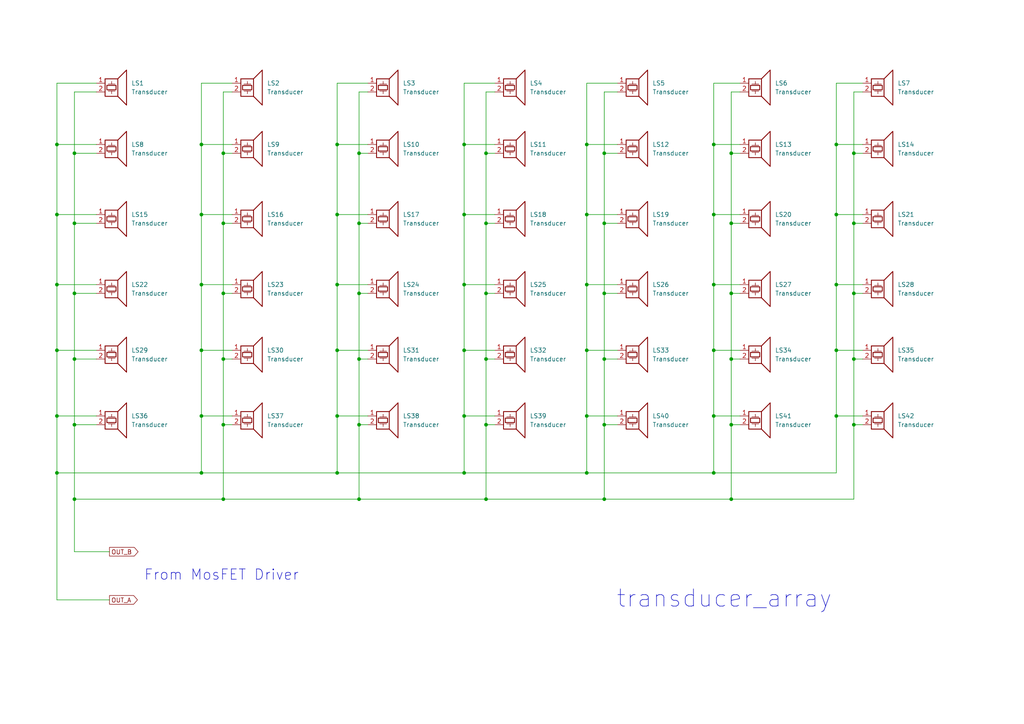
<source format=kicad_sch>
(kicad_sch
	(version 20250114)
	(generator "eeschema")
	(generator_version "9.0")
	(uuid "d9380915-48cd-4551-ac57-6f3b373ef610")
	(paper "A4")
	(title_block
		(title "transducer_array")
		(date "2025-05-14")
		(rev "1.0")
	)
	(lib_symbols
		(symbol "Device:Speaker_Ultrasound"
			(pin_names
				(offset 0)
				(hide yes)
			)
			(exclude_from_sim no)
			(in_bom yes)
			(on_board yes)
			(property "Reference" "LS"
				(at 0.635 5.715 0)
				(effects
					(font
						(size 1.27 1.27)
					)
					(justify right)
				)
			)
			(property "Value" "Speaker_Ultrasound"
				(at 0.635 3.81 0)
				(effects
					(font
						(size 1.27 1.27)
					)
					(justify right)
				)
			)
			(property "Footprint" ""
				(at -0.889 -1.27 0)
				(effects
					(font
						(size 1.27 1.27)
					)
					(hide yes)
				)
			)
			(property "Datasheet" "~"
				(at -0.889 -1.27 0)
				(effects
					(font
						(size 1.27 1.27)
					)
					(hide yes)
				)
			)
			(property "Description" "Ultrasonic transducer"
				(at 0 0 0)
				(effects
					(font
						(size 1.27 1.27)
					)
					(hide yes)
				)
			)
			(property "ki_keywords" "crystal speaker ultrasonic transducer"
				(at 0 0 0)
				(effects
					(font
						(size 1.27 1.27)
					)
					(hide yes)
				)
			)
			(symbol "Speaker_Ultrasound_0_0"
				(rectangle
					(start -2.54 1.27)
					(end 1.143 -3.81)
					(stroke
						(width 0.254)
						(type default)
					)
					(fill
						(type none)
					)
				)
				(rectangle
					(start -2.032 -0.635)
					(end 0.635 -1.905)
					(stroke
						(width 0.254)
						(type default)
					)
					(fill
						(type none)
					)
				)
				(polyline
					(pts
						(xy -1.651 -0.254) (xy 0.381 -0.254)
					)
					(stroke
						(width 0)
						(type default)
					)
					(fill
						(type none)
					)
				)
				(polyline
					(pts
						(xy -1.651 -2.286) (xy 0.381 -2.286)
					)
					(stroke
						(width 0)
						(type default)
					)
					(fill
						(type none)
					)
				)
				(polyline
					(pts
						(xy -0.635 -0.254) (xy -0.635 0.508)
					)
					(stroke
						(width 0)
						(type default)
					)
					(fill
						(type none)
					)
				)
				(polyline
					(pts
						(xy -0.635 -2.286) (xy -0.635 -3.048)
					)
					(stroke
						(width 0)
						(type default)
					)
					(fill
						(type none)
					)
				)
				(polyline
					(pts
						(xy 1.143 1.27) (xy 3.683 3.81) (xy 3.683 -6.35) (xy 1.143 -3.81)
					)
					(stroke
						(width 0.254)
						(type default)
					)
					(fill
						(type none)
					)
				)
			)
			(symbol "Speaker_Ultrasound_1_1"
				(pin input line
					(at -5.08 0 0)
					(length 2.54)
					(name "1"
						(effects
							(font
								(size 1.27 1.27)
							)
						)
					)
					(number "1"
						(effects
							(font
								(size 1.27 1.27)
							)
						)
					)
				)
				(pin input line
					(at -5.08 -2.54 0)
					(length 2.54)
					(name "2"
						(effects
							(font
								(size 1.27 1.27)
							)
						)
					)
					(number "2"
						(effects
							(font
								(size 1.27 1.27)
							)
						)
					)
				)
			)
			(embedded_fonts no)
		)
	)
	(text "transducer_array"
		(exclude_from_sim no)
		(at 210.058 173.736 0)
		(effects
			(font
				(size 5 5)
			)
		)
		(uuid "16871033-8c96-4626-987c-eae0b25a4983")
	)
	(text "From MosFET Driver"
		(exclude_from_sim no)
		(at 64.262 166.878 0)
		(effects
			(font
				(size 3 3)
			)
		)
		(uuid "e00a4fd0-bbe2-4d4c-a4eb-0e2181efca5f")
	)
	(junction
		(at 247.65 44.45)
		(diameter 0)
		(color 0 0 0 0)
		(uuid "00e7a342-8d37-4081-afeb-b0612bdaa970")
	)
	(junction
		(at 97.79 82.55)
		(diameter 0)
		(color 0 0 0 0)
		(uuid "01140b6b-6faa-4b51-9cc1-0bd07fb97cb7")
	)
	(junction
		(at 64.77 85.09)
		(diameter 0)
		(color 0 0 0 0)
		(uuid "065deebd-03ff-4357-b006-66f2a3a17a63")
	)
	(junction
		(at 58.42 101.6)
		(diameter 0)
		(color 0 0 0 0)
		(uuid "080aea98-576b-4d9b-8053-15d763101b39")
	)
	(junction
		(at 104.14 64.77)
		(diameter 0)
		(color 0 0 0 0)
		(uuid "09a5e3b9-a2c1-41a4-a560-f2ad4245fd3d")
	)
	(junction
		(at 212.09 104.14)
		(diameter 0)
		(color 0 0 0 0)
		(uuid "0a0e5fcc-c747-4f35-be4b-e70557a1ffe7")
	)
	(junction
		(at 16.51 62.23)
		(diameter 0)
		(color 0 0 0 0)
		(uuid "10552e47-3106-41fb-8a84-8a39d237579a")
	)
	(junction
		(at 170.18 101.6)
		(diameter 0)
		(color 0 0 0 0)
		(uuid "13597e19-428a-4ea6-a260-5767101f4859")
	)
	(junction
		(at 140.97 104.14)
		(diameter 0)
		(color 0 0 0 0)
		(uuid "137dfa81-dd3b-4798-8b4e-2156cad666a3")
	)
	(junction
		(at 207.01 82.55)
		(diameter 0)
		(color 0 0 0 0)
		(uuid "1521875c-c414-48fe-bf00-eae98d91ae43")
	)
	(junction
		(at 140.97 64.77)
		(diameter 0)
		(color 0 0 0 0)
		(uuid "1aba8b8f-7453-4f2d-b4f8-9f5601df2652")
	)
	(junction
		(at 97.79 120.65)
		(diameter 0)
		(color 0 0 0 0)
		(uuid "1dc255cb-e683-45d9-9250-00e17180137c")
	)
	(junction
		(at 212.09 85.09)
		(diameter 0)
		(color 0 0 0 0)
		(uuid "21df2b54-31e3-42b7-8f8f-611a0ee24c2b")
	)
	(junction
		(at 212.09 123.19)
		(diameter 0)
		(color 0 0 0 0)
		(uuid "23582a89-7a04-4a77-a8ee-991d3bd57410")
	)
	(junction
		(at 64.77 64.77)
		(diameter 0)
		(color 0 0 0 0)
		(uuid "268fa88b-a2ab-4b80-b004-d8f534011482")
	)
	(junction
		(at 207.01 101.6)
		(diameter 0)
		(color 0 0 0 0)
		(uuid "2a615366-5e98-4c02-b533-9b373f4d4283")
	)
	(junction
		(at 21.59 85.09)
		(diameter 0)
		(color 0 0 0 0)
		(uuid "2a953376-cb15-4671-be19-d75fe840a1e7")
	)
	(junction
		(at 134.62 41.91)
		(diameter 0)
		(color 0 0 0 0)
		(uuid "2afa5a5c-a6b0-4796-b027-f19f676fe801")
	)
	(junction
		(at 170.18 82.55)
		(diameter 0)
		(color 0 0 0 0)
		(uuid "2b6d34f0-284e-46b8-a4ee-28612bbe2bf0")
	)
	(junction
		(at 58.42 137.16)
		(diameter 0)
		(color 0 0 0 0)
		(uuid "309f4125-e352-4c80-87be-b2f8b4a409e5")
	)
	(junction
		(at 207.01 120.65)
		(diameter 0)
		(color 0 0 0 0)
		(uuid "321320a0-2e9f-48ae-b2b2-17e050549ca1")
	)
	(junction
		(at 104.14 44.45)
		(diameter 0)
		(color 0 0 0 0)
		(uuid "32a65ce9-010c-48d6-bd23-8d7fee75b9b5")
	)
	(junction
		(at 97.79 137.16)
		(diameter 0)
		(color 0 0 0 0)
		(uuid "36afd11b-0012-44d3-8df6-2b5cf9197d80")
	)
	(junction
		(at 212.09 144.78)
		(diameter 0)
		(color 0 0 0 0)
		(uuid "3895dc3f-d9bf-40f6-9dc9-732b3a9b4cd3")
	)
	(junction
		(at 104.14 144.78)
		(diameter 0)
		(color 0 0 0 0)
		(uuid "3b283189-a23a-43aa-859c-d5b7da5bc18f")
	)
	(junction
		(at 175.26 104.14)
		(diameter 0)
		(color 0 0 0 0)
		(uuid "3e0a4fb8-7387-4c29-b26a-a3a23469feb4")
	)
	(junction
		(at 247.65 64.77)
		(diameter 0)
		(color 0 0 0 0)
		(uuid "3fc2887b-cd4c-46fb-b2b5-4da186b04707")
	)
	(junction
		(at 58.42 41.91)
		(diameter 0)
		(color 0 0 0 0)
		(uuid "4037f522-73c6-4d7f-b0ba-9c5e25f07df9")
	)
	(junction
		(at 58.42 120.65)
		(diameter 0)
		(color 0 0 0 0)
		(uuid "47b03f17-c68a-4980-a5f0-7d9ec262b7ed")
	)
	(junction
		(at 207.01 62.23)
		(diameter 0)
		(color 0 0 0 0)
		(uuid "4b2ef4d0-fb88-47a5-9290-51a58125996a")
	)
	(junction
		(at 64.77 123.19)
		(diameter 0)
		(color 0 0 0 0)
		(uuid "4e501115-9191-40d3-a040-a7afc545c899")
	)
	(junction
		(at 175.26 44.45)
		(diameter 0)
		(color 0 0 0 0)
		(uuid "519c8592-0156-4007-9d55-3b9f8cd8099f")
	)
	(junction
		(at 242.57 101.6)
		(diameter 0)
		(color 0 0 0 0)
		(uuid "5252b62b-ec04-4430-b3b4-c266506fe139")
	)
	(junction
		(at 247.65 85.09)
		(diameter 0)
		(color 0 0 0 0)
		(uuid "568b6d5d-be76-40aa-be33-a462de8a3f68")
	)
	(junction
		(at 64.77 144.78)
		(diameter 0)
		(color 0 0 0 0)
		(uuid "5cc2444f-99c8-4aee-9eba-7eea3e3dc532")
	)
	(junction
		(at 134.62 101.6)
		(diameter 0)
		(color 0 0 0 0)
		(uuid "5cfb9d27-3eaa-49b5-814b-782f18d311e6")
	)
	(junction
		(at 170.18 62.23)
		(diameter 0)
		(color 0 0 0 0)
		(uuid "5f08d29e-c4a3-48db-b471-b38b4ac77a31")
	)
	(junction
		(at 175.26 144.78)
		(diameter 0)
		(color 0 0 0 0)
		(uuid "5fa09349-e88d-4e53-b2f8-b3fb0dcc44c6")
	)
	(junction
		(at 16.51 101.6)
		(diameter 0)
		(color 0 0 0 0)
		(uuid "60e9b586-4d1c-4d43-9053-c56d85252298")
	)
	(junction
		(at 134.62 137.16)
		(diameter 0)
		(color 0 0 0 0)
		(uuid "6776d898-97e8-48c4-8fa2-e9f3e1757ca8")
	)
	(junction
		(at 134.62 82.55)
		(diameter 0)
		(color 0 0 0 0)
		(uuid "6820fe6c-43b3-4b75-8602-eedca3ef2e77")
	)
	(junction
		(at 16.51 41.91)
		(diameter 0)
		(color 0 0 0 0)
		(uuid "6e970a84-0430-4008-9be1-1cb33ce446c8")
	)
	(junction
		(at 170.18 120.65)
		(diameter 0)
		(color 0 0 0 0)
		(uuid "6f9e79c7-ae6d-4357-915d-45226237950d")
	)
	(junction
		(at 64.77 104.14)
		(diameter 0)
		(color 0 0 0 0)
		(uuid "77a31790-b47c-45fb-8eb1-915575db8dc8")
	)
	(junction
		(at 247.65 104.14)
		(diameter 0)
		(color 0 0 0 0)
		(uuid "80fd0e4d-5a08-4fa5-89e3-ea1f3d881af0")
	)
	(junction
		(at 21.59 64.77)
		(diameter 0)
		(color 0 0 0 0)
		(uuid "8794de81-739a-40ee-ab88-990caefa0fc5")
	)
	(junction
		(at 140.97 85.09)
		(diameter 0)
		(color 0 0 0 0)
		(uuid "88ba0bbe-bbe5-476e-aa27-f5f3e5af2e3c")
	)
	(junction
		(at 21.59 44.45)
		(diameter 0)
		(color 0 0 0 0)
		(uuid "89693b21-b5ab-429e-8bd8-0f8c6fe4c00c")
	)
	(junction
		(at 134.62 120.65)
		(diameter 0)
		(color 0 0 0 0)
		(uuid "8a4cfd03-bbc5-4a44-bb0e-7ad478ae3988")
	)
	(junction
		(at 97.79 101.6)
		(diameter 0)
		(color 0 0 0 0)
		(uuid "95caca1c-7c17-4117-b625-89e08def02bb")
	)
	(junction
		(at 104.14 123.19)
		(diameter 0)
		(color 0 0 0 0)
		(uuid "96bf6f59-cf07-4fab-b521-242c675ef52f")
	)
	(junction
		(at 207.01 41.91)
		(diameter 0)
		(color 0 0 0 0)
		(uuid "9c2cce75-d8bb-4308-9072-db7880fbc04d")
	)
	(junction
		(at 134.62 62.23)
		(diameter 0)
		(color 0 0 0 0)
		(uuid "9c818327-7879-462e-8c8d-f48a268d0b96")
	)
	(junction
		(at 207.01 137.16)
		(diameter 0)
		(color 0 0 0 0)
		(uuid "9ccd0d73-684a-404d-8fee-f947b08407d3")
	)
	(junction
		(at 242.57 82.55)
		(diameter 0)
		(color 0 0 0 0)
		(uuid "9f412c16-5321-4cc9-a745-a43b02420b18")
	)
	(junction
		(at 21.59 123.19)
		(diameter 0)
		(color 0 0 0 0)
		(uuid "a043204f-315e-4965-a08d-eafeaec69dda")
	)
	(junction
		(at 212.09 44.45)
		(diameter 0)
		(color 0 0 0 0)
		(uuid "a839a675-5260-4eb1-97b2-3d3337c8fa61")
	)
	(junction
		(at 21.59 144.78)
		(diameter 0)
		(color 0 0 0 0)
		(uuid "acca87fa-0030-46c1-82f3-515a61588a67")
	)
	(junction
		(at 16.51 137.16)
		(diameter 0)
		(color 0 0 0 0)
		(uuid "ae7dca32-f9ae-407f-9aef-6165b5bad0d3")
	)
	(junction
		(at 16.51 120.65)
		(diameter 0)
		(color 0 0 0 0)
		(uuid "b06f67e3-ea5b-440c-809c-38910c95f9a9")
	)
	(junction
		(at 247.65 123.19)
		(diameter 0)
		(color 0 0 0 0)
		(uuid "b1704935-e77d-4c6d-8a51-0de04b4f3bb8")
	)
	(junction
		(at 97.79 62.23)
		(diameter 0)
		(color 0 0 0 0)
		(uuid "b99d71ce-82a7-4a77-8d1b-93d385a59d02")
	)
	(junction
		(at 175.26 85.09)
		(diameter 0)
		(color 0 0 0 0)
		(uuid "ba7cf23c-168f-4af8-b261-2e1002c88b93")
	)
	(junction
		(at 97.79 41.91)
		(diameter 0)
		(color 0 0 0 0)
		(uuid "ba85e20f-da2d-4b7a-954f-81a7da9eb489")
	)
	(junction
		(at 140.97 123.19)
		(diameter 0)
		(color 0 0 0 0)
		(uuid "bb3f4f8d-1032-46fd-8a1f-eab990796eef")
	)
	(junction
		(at 175.26 64.77)
		(diameter 0)
		(color 0 0 0 0)
		(uuid "bbdd1520-afa1-440b-a3c5-1db381c59a49")
	)
	(junction
		(at 170.18 137.16)
		(diameter 0)
		(color 0 0 0 0)
		(uuid "c4a86f5e-2609-48c9-afd2-1aa2ca91ade0")
	)
	(junction
		(at 104.14 104.14)
		(diameter 0)
		(color 0 0 0 0)
		(uuid "cb96bdfb-4d7d-451d-b4f6-cde1fc91abce")
	)
	(junction
		(at 64.77 44.45)
		(diameter 0)
		(color 0 0 0 0)
		(uuid "d0765c21-d39c-4000-87c5-dccbecd60d46")
	)
	(junction
		(at 170.18 41.91)
		(diameter 0)
		(color 0 0 0 0)
		(uuid "d482cedd-7966-40f1-bd7e-6e574b44f9f6")
	)
	(junction
		(at 175.26 123.19)
		(diameter 0)
		(color 0 0 0 0)
		(uuid "d86fd4d1-c058-47bc-9abc-e0accbd3f1a3")
	)
	(junction
		(at 104.14 85.09)
		(diameter 0)
		(color 0 0 0 0)
		(uuid "d8d76164-ea46-4afc-ab3e-633a8a3dc5dd")
	)
	(junction
		(at 21.59 104.14)
		(diameter 0)
		(color 0 0 0 0)
		(uuid "d9b265b0-f5e1-4b24-9029-bed3e31a7718")
	)
	(junction
		(at 212.09 64.77)
		(diameter 0)
		(color 0 0 0 0)
		(uuid "ddddc1f6-cb93-4ae8-ac7b-92dac5884594")
	)
	(junction
		(at 16.51 82.55)
		(diameter 0)
		(color 0 0 0 0)
		(uuid "de0913b8-e84f-417a-b411-81abfdf9a1c7")
	)
	(junction
		(at 242.57 62.23)
		(diameter 0)
		(color 0 0 0 0)
		(uuid "e408ec98-dd93-41c5-bcec-6c741f441172")
	)
	(junction
		(at 58.42 82.55)
		(diameter 0)
		(color 0 0 0 0)
		(uuid "e43325cd-cdc4-475e-9851-0cac4ef8dc3c")
	)
	(junction
		(at 58.42 62.23)
		(diameter 0)
		(color 0 0 0 0)
		(uuid "eb2cdd66-62e2-416d-aef6-371474a8a51d")
	)
	(junction
		(at 242.57 41.91)
		(diameter 0)
		(color 0 0 0 0)
		(uuid "f0d38e2f-e8db-40a7-a338-861c9ed6f7fd")
	)
	(junction
		(at 140.97 144.78)
		(diameter 0)
		(color 0 0 0 0)
		(uuid "f0dc6ca6-7114-486a-9704-2956ff798c84")
	)
	(junction
		(at 140.97 44.45)
		(diameter 0)
		(color 0 0 0 0)
		(uuid "f932de83-aa29-4605-b6f1-340f46c17611")
	)
	(junction
		(at 242.57 120.65)
		(diameter 0)
		(color 0 0 0 0)
		(uuid "ff2d47e7-2317-436e-bfc2-787e0447deef")
	)
	(wire
		(pts
			(xy 104.14 123.19) (xy 104.14 144.78)
		)
		(stroke
			(width 0)
			(type default)
		)
		(uuid "0118d9f0-078d-4074-8eb9-b7059f54e6dc")
	)
	(wire
		(pts
			(xy 212.09 85.09) (xy 212.09 104.14)
		)
		(stroke
			(width 0)
			(type default)
		)
		(uuid "01d38bac-3e4f-4e02-9308-44759f16d1f6")
	)
	(wire
		(pts
			(xy 64.77 144.78) (xy 104.14 144.78)
		)
		(stroke
			(width 0)
			(type default)
		)
		(uuid "03f4d9b1-2fbd-44d9-bf8e-28fd2f7a8442")
	)
	(wire
		(pts
			(xy 207.01 82.55) (xy 214.63 82.55)
		)
		(stroke
			(width 0)
			(type default)
		)
		(uuid "04727bb6-50f8-4dca-8988-cfde8d1b57d3")
	)
	(wire
		(pts
			(xy 21.59 26.67) (xy 27.94 26.67)
		)
		(stroke
			(width 0)
			(type default)
		)
		(uuid "090a2e53-a979-4cfd-a0cf-a7b159870060")
	)
	(wire
		(pts
			(xy 242.57 41.91) (xy 242.57 62.23)
		)
		(stroke
			(width 0)
			(type default)
		)
		(uuid "0d84bbcf-5524-4e9c-a4ac-0f4cfde374df")
	)
	(wire
		(pts
			(xy 207.01 120.65) (xy 214.63 120.65)
		)
		(stroke
			(width 0)
			(type default)
		)
		(uuid "0e207569-0b18-4a4d-9bab-d95d62603390")
	)
	(wire
		(pts
			(xy 97.79 82.55) (xy 106.68 82.55)
		)
		(stroke
			(width 0)
			(type default)
		)
		(uuid "12a2c803-a91f-4e6a-a06b-8786465b1f0d")
	)
	(wire
		(pts
			(xy 64.77 44.45) (xy 64.77 64.77)
		)
		(stroke
			(width 0)
			(type default)
		)
		(uuid "13f655da-3bc5-4b53-87dc-a282a141ac9f")
	)
	(wire
		(pts
			(xy 64.77 26.67) (xy 64.77 44.45)
		)
		(stroke
			(width 0)
			(type default)
		)
		(uuid "14bf86aa-8bfd-4d7e-b2be-8ef13fa63283")
	)
	(wire
		(pts
			(xy 242.57 101.6) (xy 242.57 120.65)
		)
		(stroke
			(width 0)
			(type default)
		)
		(uuid "1519b225-2b6e-44af-9d63-ae9de9d19b20")
	)
	(wire
		(pts
			(xy 170.18 62.23) (xy 179.07 62.23)
		)
		(stroke
			(width 0)
			(type default)
		)
		(uuid "152ae359-288e-48fd-a24b-301d632e1ca0")
	)
	(wire
		(pts
			(xy 247.65 64.77) (xy 247.65 85.09)
		)
		(stroke
			(width 0)
			(type default)
		)
		(uuid "163ea28c-af38-46d9-99bb-218ece8ed837")
	)
	(wire
		(pts
			(xy 143.51 64.77) (xy 140.97 64.77)
		)
		(stroke
			(width 0)
			(type default)
		)
		(uuid "1aca28fd-942d-4cd1-8199-2346c771aab4")
	)
	(wire
		(pts
			(xy 21.59 85.09) (xy 21.59 64.77)
		)
		(stroke
			(width 0)
			(type default)
		)
		(uuid "1bac3a6c-2dfd-4a40-8754-cf16aa8d2288")
	)
	(wire
		(pts
			(xy 143.51 123.19) (xy 140.97 123.19)
		)
		(stroke
			(width 0)
			(type default)
		)
		(uuid "1bd04764-5278-49a2-902c-c39349a3d703")
	)
	(wire
		(pts
			(xy 27.94 62.23) (xy 16.51 62.23)
		)
		(stroke
			(width 0)
			(type default)
		)
		(uuid "1db46ac1-c110-48f9-bf5b-266fc6c8dba5")
	)
	(wire
		(pts
			(xy 247.65 123.19) (xy 247.65 144.78)
		)
		(stroke
			(width 0)
			(type default)
		)
		(uuid "1e5b3d23-5426-4bc4-9834-fcb3ad17b9f8")
	)
	(wire
		(pts
			(xy 97.79 120.65) (xy 106.68 120.65)
		)
		(stroke
			(width 0)
			(type default)
		)
		(uuid "1e8d744f-01b0-4f00-abc2-ca7c392ef152")
	)
	(wire
		(pts
			(xy 242.57 62.23) (xy 242.57 82.55)
		)
		(stroke
			(width 0)
			(type default)
		)
		(uuid "20202bb0-2dfd-440d-a615-d8ec0849fb93")
	)
	(wire
		(pts
			(xy 64.77 64.77) (xy 67.31 64.77)
		)
		(stroke
			(width 0)
			(type default)
		)
		(uuid "222d1086-9551-4443-89a6-a45d61a7b8f3")
	)
	(wire
		(pts
			(xy 21.59 123.19) (xy 21.59 144.78)
		)
		(stroke
			(width 0)
			(type default)
		)
		(uuid "247c184b-162e-43be-bea9-e95a98ce5108")
	)
	(wire
		(pts
			(xy 247.65 44.45) (xy 247.65 64.77)
		)
		(stroke
			(width 0)
			(type default)
		)
		(uuid "2486022f-8a5a-4169-84e9-e8932e5a414e")
	)
	(wire
		(pts
			(xy 250.19 26.67) (xy 247.65 26.67)
		)
		(stroke
			(width 0)
			(type default)
		)
		(uuid "249e0a03-f915-4128-8b34-399a804123d0")
	)
	(wire
		(pts
			(xy 140.97 26.67) (xy 140.97 44.45)
		)
		(stroke
			(width 0)
			(type default)
		)
		(uuid "282ea26f-2131-48af-adf7-fd8979d433ff")
	)
	(wire
		(pts
			(xy 97.79 137.16) (xy 134.62 137.16)
		)
		(stroke
			(width 0)
			(type default)
		)
		(uuid "2acadf23-01cf-4f6b-88b9-ec0f59ef076c")
	)
	(wire
		(pts
			(xy 58.42 101.6) (xy 67.31 101.6)
		)
		(stroke
			(width 0)
			(type default)
		)
		(uuid "2c065b8a-d6b3-4da6-9744-25373470c605")
	)
	(wire
		(pts
			(xy 64.77 123.19) (xy 64.77 144.78)
		)
		(stroke
			(width 0)
			(type default)
		)
		(uuid "2c1e97ec-2403-4b52-b771-5dc154c2d8a8")
	)
	(wire
		(pts
			(xy 21.59 104.14) (xy 21.59 123.19)
		)
		(stroke
			(width 0)
			(type default)
		)
		(uuid "2d122b0a-98bf-4102-bb27-3735b3b12c64")
	)
	(wire
		(pts
			(xy 212.09 26.67) (xy 212.09 44.45)
		)
		(stroke
			(width 0)
			(type default)
		)
		(uuid "2f6b49ce-d9fd-4192-9318-65f96751b7a2")
	)
	(wire
		(pts
			(xy 207.01 101.6) (xy 207.01 120.65)
		)
		(stroke
			(width 0)
			(type default)
		)
		(uuid "2f950eb7-f541-4a1e-a6a3-d5f5a4c5e57f")
	)
	(wire
		(pts
			(xy 247.65 85.09) (xy 250.19 85.09)
		)
		(stroke
			(width 0)
			(type default)
		)
		(uuid "320f909e-3ef0-48de-90a6-862b06e4a6c0")
	)
	(wire
		(pts
			(xy 21.59 64.77) (xy 27.94 64.77)
		)
		(stroke
			(width 0)
			(type default)
		)
		(uuid "331a5ae6-fae8-4ff6-bf97-a52f6691a91e")
	)
	(wire
		(pts
			(xy 140.97 64.77) (xy 140.97 85.09)
		)
		(stroke
			(width 0)
			(type default)
		)
		(uuid "333e4383-2b87-49b0-b511-8495a2cdab9e")
	)
	(wire
		(pts
			(xy 67.31 24.13) (xy 58.42 24.13)
		)
		(stroke
			(width 0)
			(type default)
		)
		(uuid "33c6edac-d7be-4681-894f-372ed096467b")
	)
	(wire
		(pts
			(xy 16.51 173.99) (xy 31.75 173.99)
		)
		(stroke
			(width 0)
			(type default)
		)
		(uuid "3841cca7-6f95-4b8b-a136-8dd1c1863704")
	)
	(wire
		(pts
			(xy 247.65 104.14) (xy 247.65 123.19)
		)
		(stroke
			(width 0)
			(type default)
		)
		(uuid "3915d09a-4a90-4404-85a4-d25ee224ca06")
	)
	(wire
		(pts
			(xy 140.97 85.09) (xy 143.51 85.09)
		)
		(stroke
			(width 0)
			(type default)
		)
		(uuid "3a223842-8f1e-43c9-8a8a-12085a6f3aec")
	)
	(wire
		(pts
			(xy 143.51 26.67) (xy 140.97 26.67)
		)
		(stroke
			(width 0)
			(type default)
		)
		(uuid "3cd09b17-fe72-4a17-abab-1596f0e58cb3")
	)
	(wire
		(pts
			(xy 16.51 82.55) (xy 27.94 82.55)
		)
		(stroke
			(width 0)
			(type default)
		)
		(uuid "3dc6c30e-366d-4147-a768-bc9793b27512")
	)
	(wire
		(pts
			(xy 170.18 101.6) (xy 170.18 120.65)
		)
		(stroke
			(width 0)
			(type default)
		)
		(uuid "3e434a7f-f9d5-4a61-942c-8996671296ef")
	)
	(wire
		(pts
			(xy 207.01 82.55) (xy 207.01 101.6)
		)
		(stroke
			(width 0)
			(type default)
		)
		(uuid "3ff15591-a1b5-4a76-a87d-51f9ff5bb3eb")
	)
	(wire
		(pts
			(xy 134.62 82.55) (xy 134.62 101.6)
		)
		(stroke
			(width 0)
			(type default)
		)
		(uuid "403041cb-276d-454d-94bd-6650f39c9503")
	)
	(wire
		(pts
			(xy 104.14 104.14) (xy 104.14 123.19)
		)
		(stroke
			(width 0)
			(type default)
		)
		(uuid "4160fee6-9ac8-4d98-b8f4-112009007f37")
	)
	(wire
		(pts
			(xy 104.14 85.09) (xy 106.68 85.09)
		)
		(stroke
			(width 0)
			(type default)
		)
		(uuid "4255c4de-3b8d-493a-9f3f-13bcb7362bdc")
	)
	(wire
		(pts
			(xy 250.19 41.91) (xy 242.57 41.91)
		)
		(stroke
			(width 0)
			(type default)
		)
		(uuid "4609024e-8529-4e1f-90a6-0edfafd3f9e4")
	)
	(wire
		(pts
			(xy 242.57 120.65) (xy 250.19 120.65)
		)
		(stroke
			(width 0)
			(type default)
		)
		(uuid "4653a04a-5f43-41f8-890a-debd51cd0dd0")
	)
	(wire
		(pts
			(xy 170.18 137.16) (xy 207.01 137.16)
		)
		(stroke
			(width 0)
			(type default)
		)
		(uuid "46a62375-bfb2-4bdc-9265-27f1c2b03012")
	)
	(wire
		(pts
			(xy 207.01 101.6) (xy 214.63 101.6)
		)
		(stroke
			(width 0)
			(type default)
		)
		(uuid "48732812-1b80-4d56-b5be-e22a11b0e249")
	)
	(wire
		(pts
			(xy 134.62 101.6) (xy 143.51 101.6)
		)
		(stroke
			(width 0)
			(type default)
		)
		(uuid "4bb5e569-21b4-4ca8-ba9f-aa3e33ef6410")
	)
	(wire
		(pts
			(xy 242.57 82.55) (xy 242.57 101.6)
		)
		(stroke
			(width 0)
			(type default)
		)
		(uuid "4bbeed4d-f4bc-4a81-b21c-2c7e5fdad441")
	)
	(wire
		(pts
			(xy 175.26 104.14) (xy 175.26 85.09)
		)
		(stroke
			(width 0)
			(type default)
		)
		(uuid "4cf25656-e26c-4486-b924-e58800c9acb0")
	)
	(wire
		(pts
			(xy 175.26 123.19) (xy 175.26 104.14)
		)
		(stroke
			(width 0)
			(type default)
		)
		(uuid "4f39709e-f1b3-4c76-8bbb-c82a3ba8ab54")
	)
	(wire
		(pts
			(xy 242.57 24.13) (xy 242.57 41.91)
		)
		(stroke
			(width 0)
			(type default)
		)
		(uuid "50d828b4-ca1e-48d1-bb3c-822c08f28394")
	)
	(wire
		(pts
			(xy 140.97 104.14) (xy 143.51 104.14)
		)
		(stroke
			(width 0)
			(type default)
		)
		(uuid "54ee8e36-9322-453b-b5c7-7511f127371f")
	)
	(wire
		(pts
			(xy 21.59 123.19) (xy 27.94 123.19)
		)
		(stroke
			(width 0)
			(type default)
		)
		(uuid "55432643-baea-45b4-848f-789b39867927")
	)
	(wire
		(pts
			(xy 21.59 85.09) (xy 21.59 104.14)
		)
		(stroke
			(width 0)
			(type default)
		)
		(uuid "55dbefa8-aaa5-4ada-a10b-343ea1fcad25")
	)
	(wire
		(pts
			(xy 64.77 85.09) (xy 64.77 104.14)
		)
		(stroke
			(width 0)
			(type default)
		)
		(uuid "56d6d459-f607-418a-a1de-b6b6598af737")
	)
	(wire
		(pts
			(xy 140.97 44.45) (xy 143.51 44.45)
		)
		(stroke
			(width 0)
			(type default)
		)
		(uuid "56e11bb1-61fb-4919-9845-2152b97cb4b3")
	)
	(wire
		(pts
			(xy 247.65 44.45) (xy 250.19 44.45)
		)
		(stroke
			(width 0)
			(type default)
		)
		(uuid "5909000d-90ec-4cb9-b94d-cb4cabe8dadb")
	)
	(wire
		(pts
			(xy 27.94 24.13) (xy 16.51 24.13)
		)
		(stroke
			(width 0)
			(type default)
		)
		(uuid "5ac38042-3587-419f-9169-3f253b4a9ec4")
	)
	(wire
		(pts
			(xy 58.42 62.23) (xy 58.42 82.55)
		)
		(stroke
			(width 0)
			(type default)
		)
		(uuid "5ba8f216-bcd1-4192-a886-663eb05fab1a")
	)
	(wire
		(pts
			(xy 21.59 64.77) (xy 21.59 44.45)
		)
		(stroke
			(width 0)
			(type default)
		)
		(uuid "5e421885-1ceb-4b64-88cb-cd238fb9c222")
	)
	(wire
		(pts
			(xy 212.09 85.09) (xy 214.63 85.09)
		)
		(stroke
			(width 0)
			(type default)
		)
		(uuid "63604dcf-a42c-41d5-ba29-351f927f0777")
	)
	(wire
		(pts
			(xy 212.09 104.14) (xy 214.63 104.14)
		)
		(stroke
			(width 0)
			(type default)
		)
		(uuid "6461a71e-50a1-4980-8491-0a32cb68f9cd")
	)
	(wire
		(pts
			(xy 58.42 120.65) (xy 58.42 137.16)
		)
		(stroke
			(width 0)
			(type default)
		)
		(uuid "648bd195-954e-49c0-bbba-cf77394f0f9a")
	)
	(wire
		(pts
			(xy 104.14 85.09) (xy 104.14 104.14)
		)
		(stroke
			(width 0)
			(type default)
		)
		(uuid "6927bc49-f367-49f3-a9af-a5e0f423b439")
	)
	(wire
		(pts
			(xy 58.42 82.55) (xy 67.31 82.55)
		)
		(stroke
			(width 0)
			(type default)
		)
		(uuid "6be5f77c-7543-468a-9228-9af6b272ac29")
	)
	(wire
		(pts
			(xy 170.18 120.65) (xy 179.07 120.65)
		)
		(stroke
			(width 0)
			(type default)
		)
		(uuid "6c5899f1-6c2f-4be4-a9fe-8f564daac314")
	)
	(wire
		(pts
			(xy 67.31 120.65) (xy 58.42 120.65)
		)
		(stroke
			(width 0)
			(type default)
		)
		(uuid "6dd3c487-edbe-47a7-8e9e-56b1a34e965a")
	)
	(wire
		(pts
			(xy 16.51 101.6) (xy 27.94 101.6)
		)
		(stroke
			(width 0)
			(type default)
		)
		(uuid "722bc0b2-5f3d-4517-84a9-3c0955e46283")
	)
	(wire
		(pts
			(xy 58.42 101.6) (xy 58.42 120.65)
		)
		(stroke
			(width 0)
			(type default)
		)
		(uuid "7532b99f-e49a-4f39-bf2a-083218baf683")
	)
	(wire
		(pts
			(xy 134.62 41.91) (xy 143.51 41.91)
		)
		(stroke
			(width 0)
			(type default)
		)
		(uuid "75895273-7b25-43eb-b714-af02c996e546")
	)
	(wire
		(pts
			(xy 64.77 64.77) (xy 64.77 85.09)
		)
		(stroke
			(width 0)
			(type default)
		)
		(uuid "78ecc0cb-9e74-462c-ab2f-e87128e19e15")
	)
	(wire
		(pts
			(xy 250.19 24.13) (xy 242.57 24.13)
		)
		(stroke
			(width 0)
			(type default)
		)
		(uuid "7abdd4c0-4d95-4779-b568-8da32dc70790")
	)
	(wire
		(pts
			(xy 97.79 101.6) (xy 97.79 120.65)
		)
		(stroke
			(width 0)
			(type default)
		)
		(uuid "7c536867-586f-4423-95bc-e10e642d3ad2")
	)
	(wire
		(pts
			(xy 16.51 41.91) (xy 27.94 41.91)
		)
		(stroke
			(width 0)
			(type default)
		)
		(uuid "7d0a5f48-4434-4b83-b1bc-9b1be12eeff9")
	)
	(wire
		(pts
			(xy 106.68 123.19) (xy 104.14 123.19)
		)
		(stroke
			(width 0)
			(type default)
		)
		(uuid "7e1e5516-a03b-490e-9642-237cbdbd4b37")
	)
	(wire
		(pts
			(xy 104.14 64.77) (xy 104.14 85.09)
		)
		(stroke
			(width 0)
			(type default)
		)
		(uuid "7ebf834f-c200-40db-adbc-8975f4928e1e")
	)
	(wire
		(pts
			(xy 16.51 62.23) (xy 16.51 82.55)
		)
		(stroke
			(width 0)
			(type default)
		)
		(uuid "7ecee456-dfff-48de-b912-533fbeb50ce9")
	)
	(wire
		(pts
			(xy 242.57 82.55) (xy 250.19 82.55)
		)
		(stroke
			(width 0)
			(type default)
		)
		(uuid "7ede58f5-2e8b-4521-9f9e-1acc03df9e1e")
	)
	(wire
		(pts
			(xy 58.42 137.16) (xy 97.79 137.16)
		)
		(stroke
			(width 0)
			(type default)
		)
		(uuid "7f3220de-c001-4afa-9bd1-8dfcaf339e75")
	)
	(wire
		(pts
			(xy 170.18 101.6) (xy 179.07 101.6)
		)
		(stroke
			(width 0)
			(type default)
		)
		(uuid "812849c3-d531-400b-a77d-d58540874c70")
	)
	(wire
		(pts
			(xy 97.79 41.91) (xy 97.79 62.23)
		)
		(stroke
			(width 0)
			(type default)
		)
		(uuid "8205a8ff-6295-4dd6-982c-cf49c528de94")
	)
	(wire
		(pts
			(xy 170.18 41.91) (xy 170.18 62.23)
		)
		(stroke
			(width 0)
			(type default)
		)
		(uuid "8324f0f4-1209-4ba9-b35a-ba862286c8b4")
	)
	(wire
		(pts
			(xy 16.51 24.13) (xy 16.51 41.91)
		)
		(stroke
			(width 0)
			(type default)
		)
		(uuid "8346d7a7-a6b1-4663-9104-d120c1f984c8")
	)
	(wire
		(pts
			(xy 104.14 64.77) (xy 106.68 64.77)
		)
		(stroke
			(width 0)
			(type default)
		)
		(uuid "84a493b1-bc62-44a7-803e-8964c0f09636")
	)
	(wire
		(pts
			(xy 212.09 44.45) (xy 212.09 64.77)
		)
		(stroke
			(width 0)
			(type default)
		)
		(uuid "851c0924-9d96-4082-af8c-c17bf6ff602f")
	)
	(wire
		(pts
			(xy 207.01 41.91) (xy 214.63 41.91)
		)
		(stroke
			(width 0)
			(type default)
		)
		(uuid "889f0d24-f98e-409e-9ca1-9f96d3190d5f")
	)
	(wire
		(pts
			(xy 21.59 44.45) (xy 27.94 44.45)
		)
		(stroke
			(width 0)
			(type default)
		)
		(uuid "8bfeabd4-5291-405c-aca7-912230062ca5")
	)
	(wire
		(pts
			(xy 179.07 24.13) (xy 170.18 24.13)
		)
		(stroke
			(width 0)
			(type default)
		)
		(uuid "8d891dd3-10ec-42d1-957a-1731f91c65f4")
	)
	(wire
		(pts
			(xy 134.62 120.65) (xy 134.62 137.16)
		)
		(stroke
			(width 0)
			(type default)
		)
		(uuid "8f01baba-2909-4985-bead-19e8c6d47cc3")
	)
	(wire
		(pts
			(xy 140.97 85.09) (xy 140.97 104.14)
		)
		(stroke
			(width 0)
			(type default)
		)
		(uuid "8f4eed69-a3d8-4b43-bdf4-bbfdb98b6654")
	)
	(wire
		(pts
			(xy 140.97 104.14) (xy 140.97 123.19)
		)
		(stroke
			(width 0)
			(type default)
		)
		(uuid "8fa42ce4-e076-4f0f-b12c-25d6cb35db4f")
	)
	(wire
		(pts
			(xy 207.01 24.13) (xy 207.01 41.91)
		)
		(stroke
			(width 0)
			(type default)
		)
		(uuid "955eb6ca-8b37-4483-8799-109fcdbb0cb2")
	)
	(wire
		(pts
			(xy 104.14 144.78) (xy 140.97 144.78)
		)
		(stroke
			(width 0)
			(type default)
		)
		(uuid "97fa3b68-45c6-4df5-bc47-ed8207abe8ac")
	)
	(wire
		(pts
			(xy 64.77 123.19) (xy 67.31 123.19)
		)
		(stroke
			(width 0)
			(type default)
		)
		(uuid "989b6aab-efbd-4d0d-a413-99b818de33ca")
	)
	(wire
		(pts
			(xy 64.77 104.14) (xy 64.77 123.19)
		)
		(stroke
			(width 0)
			(type default)
		)
		(uuid "99000d39-acf8-4a27-acba-ac9c32eff690")
	)
	(wire
		(pts
			(xy 16.51 101.6) (xy 16.51 120.65)
		)
		(stroke
			(width 0)
			(type default)
		)
		(uuid "9b3aff52-b181-4ca1-b697-6f63d1b79e4d")
	)
	(wire
		(pts
			(xy 104.14 44.45) (xy 104.14 64.77)
		)
		(stroke
			(width 0)
			(type default)
		)
		(uuid "9b4456da-99dc-4d0d-a3d3-bb290db356b2")
	)
	(wire
		(pts
			(xy 64.77 104.14) (xy 67.31 104.14)
		)
		(stroke
			(width 0)
			(type default)
		)
		(uuid "9c6cb5b2-3d5c-47df-8c5e-4cd70f915692")
	)
	(wire
		(pts
			(xy 140.97 144.78) (xy 175.26 144.78)
		)
		(stroke
			(width 0)
			(type default)
		)
		(uuid "9d24bc1a-fdd0-4d42-998c-c550911681de")
	)
	(wire
		(pts
			(xy 207.01 62.23) (xy 214.63 62.23)
		)
		(stroke
			(width 0)
			(type default)
		)
		(uuid "9e6696ad-d807-4a09-990a-3e0015885a18")
	)
	(wire
		(pts
			(xy 97.79 62.23) (xy 97.79 82.55)
		)
		(stroke
			(width 0)
			(type default)
		)
		(uuid "9ebb751a-d452-4ceb-bdf3-a90978875649")
	)
	(wire
		(pts
			(xy 247.65 64.77) (xy 250.19 64.77)
		)
		(stroke
			(width 0)
			(type default)
		)
		(uuid "a05e3393-3451-4474-9caf-424ec6303ec0")
	)
	(wire
		(pts
			(xy 21.59 144.78) (xy 64.77 144.78)
		)
		(stroke
			(width 0)
			(type default)
		)
		(uuid "a0b9d6a7-3268-4ecc-9c4b-4b844f2cc9c9")
	)
	(wire
		(pts
			(xy 143.51 24.13) (xy 134.62 24.13)
		)
		(stroke
			(width 0)
			(type default)
		)
		(uuid "a13cc701-422d-4dd5-b21f-2908dd811767")
	)
	(wire
		(pts
			(xy 58.42 62.23) (xy 67.31 62.23)
		)
		(stroke
			(width 0)
			(type default)
		)
		(uuid "a1a25229-d54c-416e-a892-0f8e2b38e685")
	)
	(wire
		(pts
			(xy 207.01 62.23) (xy 207.01 82.55)
		)
		(stroke
			(width 0)
			(type default)
		)
		(uuid "a45fad0b-c1b2-445a-a11f-a38c5a1a2871")
	)
	(wire
		(pts
			(xy 175.26 104.14) (xy 179.07 104.14)
		)
		(stroke
			(width 0)
			(type default)
		)
		(uuid "a47006e3-07cb-46a9-9604-82a4f3cb3e22")
	)
	(wire
		(pts
			(xy 170.18 41.91) (xy 179.07 41.91)
		)
		(stroke
			(width 0)
			(type default)
		)
		(uuid "a4842862-4ff2-4cd8-92a3-2f2fa8114b6a")
	)
	(wire
		(pts
			(xy 58.42 82.55) (xy 58.42 101.6)
		)
		(stroke
			(width 0)
			(type default)
		)
		(uuid "a4891143-fa7b-4248-8cca-346f84ebab82")
	)
	(wire
		(pts
			(xy 58.42 41.91) (xy 67.31 41.91)
		)
		(stroke
			(width 0)
			(type default)
		)
		(uuid "a61857bf-5d2a-460b-8d7b-260d71e2b618")
	)
	(wire
		(pts
			(xy 106.68 26.67) (xy 104.14 26.67)
		)
		(stroke
			(width 0)
			(type default)
		)
		(uuid "a63f1f04-9de8-4523-bade-e7277f5f7eb6")
	)
	(wire
		(pts
			(xy 143.51 62.23) (xy 134.62 62.23)
		)
		(stroke
			(width 0)
			(type default)
		)
		(uuid "a8756651-659b-44ec-a76d-c68559de4641")
	)
	(wire
		(pts
			(xy 16.51 120.65) (xy 27.94 120.65)
		)
		(stroke
			(width 0)
			(type default)
		)
		(uuid "a9536a66-9c92-4185-9dbf-ce3f80b1e0d8")
	)
	(wire
		(pts
			(xy 250.19 101.6) (xy 242.57 101.6)
		)
		(stroke
			(width 0)
			(type default)
		)
		(uuid "aa73a6e7-dfec-4010-914b-d7318fa2efeb")
	)
	(wire
		(pts
			(xy 64.77 85.09) (xy 67.31 85.09)
		)
		(stroke
			(width 0)
			(type default)
		)
		(uuid "aaffeda5-8a21-4e06-b382-fb0a46fc14c9")
	)
	(wire
		(pts
			(xy 97.79 82.55) (xy 97.79 101.6)
		)
		(stroke
			(width 0)
			(type default)
		)
		(uuid "ab3afaa7-0787-419a-80d9-70e60895272f")
	)
	(wire
		(pts
			(xy 104.14 26.67) (xy 104.14 44.45)
		)
		(stroke
			(width 0)
			(type default)
		)
		(uuid "ace2ee13-b521-4846-8c57-f9e3f4bef0b1")
	)
	(wire
		(pts
			(xy 16.51 120.65) (xy 16.51 137.16)
		)
		(stroke
			(width 0)
			(type default)
		)
		(uuid "b0d79d56-5626-4a5f-b673-079cc00e184c")
	)
	(wire
		(pts
			(xy 179.07 44.45) (xy 175.26 44.45)
		)
		(stroke
			(width 0)
			(type default)
		)
		(uuid "b182f3c8-c324-48ae-904e-e1cfb760a6e6")
	)
	(wire
		(pts
			(xy 175.26 85.09) (xy 179.07 85.09)
		)
		(stroke
			(width 0)
			(type default)
		)
		(uuid "b34be4cd-3ace-43f4-ab7d-fa1dd5bb988d")
	)
	(wire
		(pts
			(xy 134.62 101.6) (xy 134.62 120.65)
		)
		(stroke
			(width 0)
			(type default)
		)
		(uuid "b48c1d6d-862d-4247-8da4-20c4fb4ca29b")
	)
	(wire
		(pts
			(xy 207.01 41.91) (xy 207.01 62.23)
		)
		(stroke
			(width 0)
			(type default)
		)
		(uuid "b53efecd-2651-47f4-bbf1-afb95b83a559")
	)
	(wire
		(pts
			(xy 16.51 41.91) (xy 16.51 62.23)
		)
		(stroke
			(width 0)
			(type default)
		)
		(uuid "b60d9883-d28b-49ea-9b1e-87d438975a2d")
	)
	(wire
		(pts
			(xy 97.79 62.23) (xy 106.68 62.23)
		)
		(stroke
			(width 0)
			(type default)
		)
		(uuid "b61ccbde-4000-4ffb-a6ab-db21fa3149b9")
	)
	(wire
		(pts
			(xy 214.63 26.67) (xy 212.09 26.67)
		)
		(stroke
			(width 0)
			(type default)
		)
		(uuid "b993d139-908e-423f-a1d2-aa165e97c037")
	)
	(wire
		(pts
			(xy 170.18 120.65) (xy 170.18 137.16)
		)
		(stroke
			(width 0)
			(type default)
		)
		(uuid "b9e3a0c4-9acd-46b2-bb53-232510e2e90e")
	)
	(wire
		(pts
			(xy 97.79 101.6) (xy 106.68 101.6)
		)
		(stroke
			(width 0)
			(type default)
		)
		(uuid "ba88f306-1497-4029-a210-d9989488f62c")
	)
	(wire
		(pts
			(xy 106.68 24.13) (xy 97.79 24.13)
		)
		(stroke
			(width 0)
			(type default)
		)
		(uuid "bc265bba-9fb1-4f18-adaf-0587c727c968")
	)
	(wire
		(pts
			(xy 140.97 123.19) (xy 140.97 144.78)
		)
		(stroke
			(width 0)
			(type default)
		)
		(uuid "be015d36-058c-4923-9435-877eda19d867")
	)
	(wire
		(pts
			(xy 212.09 44.45) (xy 214.63 44.45)
		)
		(stroke
			(width 0)
			(type default)
		)
		(uuid "bffcbc70-b51a-42c1-9d1b-0b3b7df29322")
	)
	(wire
		(pts
			(xy 212.09 104.14) (xy 212.09 123.19)
		)
		(stroke
			(width 0)
			(type default)
		)
		(uuid "c013cb1c-b6ed-4fc3-9d56-b5ea73250472")
	)
	(wire
		(pts
			(xy 134.62 120.65) (xy 143.51 120.65)
		)
		(stroke
			(width 0)
			(type default)
		)
		(uuid "c26a82c3-2bf1-4851-840e-f54029d0ca90")
	)
	(wire
		(pts
			(xy 242.57 120.65) (xy 242.57 137.16)
		)
		(stroke
			(width 0)
			(type default)
		)
		(uuid "c354dcd3-334f-4091-95da-a6736924ef20")
	)
	(wire
		(pts
			(xy 97.79 120.65) (xy 97.79 137.16)
		)
		(stroke
			(width 0)
			(type default)
		)
		(uuid "c3aad654-b1e6-4efb-bd0d-2fca50411df3")
	)
	(wire
		(pts
			(xy 175.26 26.67) (xy 179.07 26.67)
		)
		(stroke
			(width 0)
			(type default)
		)
		(uuid "c57f360c-97a5-4b07-8e67-851bf676e1ed")
	)
	(wire
		(pts
			(xy 207.01 137.16) (xy 242.57 137.16)
		)
		(stroke
			(width 0)
			(type default)
		)
		(uuid "c5e10ef2-687a-4b4b-be98-445795f72b06")
	)
	(wire
		(pts
			(xy 247.65 104.14) (xy 250.19 104.14)
		)
		(stroke
			(width 0)
			(type default)
		)
		(uuid "c5ec4b35-8471-4dae-bc1b-d06bd6469529")
	)
	(wire
		(pts
			(xy 247.65 85.09) (xy 247.65 104.14)
		)
		(stroke
			(width 0)
			(type default)
		)
		(uuid "cae04d4e-e1aa-4f34-b2b2-a86ac83c3cb4")
	)
	(wire
		(pts
			(xy 106.68 44.45) (xy 104.14 44.45)
		)
		(stroke
			(width 0)
			(type default)
		)
		(uuid "cb5a40ce-327c-4697-b74a-64d6dd3abc34")
	)
	(wire
		(pts
			(xy 58.42 24.13) (xy 58.42 41.91)
		)
		(stroke
			(width 0)
			(type default)
		)
		(uuid "cc531ce0-aef5-4cde-b136-b4d0758c6d26")
	)
	(wire
		(pts
			(xy 212.09 64.77) (xy 212.09 85.09)
		)
		(stroke
			(width 0)
			(type default)
		)
		(uuid "cd430f1e-4ac3-4531-b3bc-1bfc2df2705f")
	)
	(wire
		(pts
			(xy 140.97 44.45) (xy 140.97 64.77)
		)
		(stroke
			(width 0)
			(type default)
		)
		(uuid "cd46e5a2-20a1-4872-9a7b-217ca21d3fe8")
	)
	(wire
		(pts
			(xy 134.62 62.23) (xy 134.62 82.55)
		)
		(stroke
			(width 0)
			(type default)
		)
		(uuid "ce8ae021-8ea3-47d9-9967-feeac9b7b164")
	)
	(wire
		(pts
			(xy 212.09 123.19) (xy 214.63 123.19)
		)
		(stroke
			(width 0)
			(type default)
		)
		(uuid "cf89a882-30f4-4807-891c-04df1e876c53")
	)
	(wire
		(pts
			(xy 170.18 82.55) (xy 179.07 82.55)
		)
		(stroke
			(width 0)
			(type default)
		)
		(uuid "d04fd5e7-6df1-4d57-8a57-ca7d5a9c4a31")
	)
	(wire
		(pts
			(xy 21.59 144.78) (xy 21.59 160.02)
		)
		(stroke
			(width 0)
			(type default)
		)
		(uuid "d08781a7-6458-49d2-90f2-d7eae7f66191")
	)
	(wire
		(pts
			(xy 175.26 123.19) (xy 179.07 123.19)
		)
		(stroke
			(width 0)
			(type default)
		)
		(uuid "d21eac92-0ba6-4978-86f0-30f579f1b00f")
	)
	(wire
		(pts
			(xy 247.65 123.19) (xy 250.19 123.19)
		)
		(stroke
			(width 0)
			(type default)
		)
		(uuid "d836e150-a447-4b1a-ac02-f0f10da1785d")
	)
	(wire
		(pts
			(xy 58.42 41.91) (xy 58.42 62.23)
		)
		(stroke
			(width 0)
			(type default)
		)
		(uuid "d997925d-cc20-4075-bc34-f25b39496e7e")
	)
	(wire
		(pts
			(xy 21.59 44.45) (xy 21.59 26.67)
		)
		(stroke
			(width 0)
			(type default)
		)
		(uuid "dbbb9b41-a3c1-4e11-9b4a-33c6dea3f948")
	)
	(wire
		(pts
			(xy 21.59 85.09) (xy 27.94 85.09)
		)
		(stroke
			(width 0)
			(type default)
		)
		(uuid "dc166a5b-19ee-458e-b13c-224a5b367d27")
	)
	(wire
		(pts
			(xy 170.18 24.13) (xy 170.18 41.91)
		)
		(stroke
			(width 0)
			(type default)
		)
		(uuid "dcf709ed-6fe4-4970-b324-88c0e199a618")
	)
	(wire
		(pts
			(xy 67.31 26.67) (xy 64.77 26.67)
		)
		(stroke
			(width 0)
			(type default)
		)
		(uuid "de3cfefb-1436-4685-864e-564c246489b6")
	)
	(wire
		(pts
			(xy 242.57 62.23) (xy 250.19 62.23)
		)
		(stroke
			(width 0)
			(type default)
		)
		(uuid "de8ec028-144a-4c75-8e0a-b4a59b7011bf")
	)
	(wire
		(pts
			(xy 170.18 82.55) (xy 170.18 101.6)
		)
		(stroke
			(width 0)
			(type default)
		)
		(uuid "e0f6547d-cfe2-46ad-8e5d-4ee1adb8f559")
	)
	(wire
		(pts
			(xy 212.09 144.78) (xy 247.65 144.78)
		)
		(stroke
			(width 0)
			(type default)
		)
		(uuid "e15090df-1658-48bc-8324-8223117fe994")
	)
	(wire
		(pts
			(xy 212.09 64.77) (xy 214.63 64.77)
		)
		(stroke
			(width 0)
			(type default)
		)
		(uuid "e1ca64e4-ed89-48e5-9ead-24ca43f36832")
	)
	(wire
		(pts
			(xy 175.26 123.19) (xy 175.26 144.78)
		)
		(stroke
			(width 0)
			(type default)
		)
		(uuid "e1e45f43-34a2-4944-aca6-22d80a2d0c47")
	)
	(wire
		(pts
			(xy 134.62 137.16) (xy 170.18 137.16)
		)
		(stroke
			(width 0)
			(type default)
		)
		(uuid "e2ee861d-1ccb-4247-9cd2-48681ecab980")
	)
	(wire
		(pts
			(xy 212.09 123.19) (xy 212.09 144.78)
		)
		(stroke
			(width 0)
			(type default)
		)
		(uuid "e359be85-3b58-497f-be9b-05d8b1c075a5")
	)
	(wire
		(pts
			(xy 175.26 44.45) (xy 175.26 64.77)
		)
		(stroke
			(width 0)
			(type default)
		)
		(uuid "e7ae9c7a-8469-4346-bdbc-b8d7447731ff")
	)
	(wire
		(pts
			(xy 214.63 24.13) (xy 207.01 24.13)
		)
		(stroke
			(width 0)
			(type default)
		)
		(uuid "ea23a40a-318d-4221-872c-bb07028ef3df")
	)
	(wire
		(pts
			(xy 97.79 41.91) (xy 106.68 41.91)
		)
		(stroke
			(width 0)
			(type default)
		)
		(uuid "eb6c29f2-668a-4407-a06c-42c5feed52b8")
	)
	(wire
		(pts
			(xy 175.26 26.67) (xy 175.26 44.45)
		)
		(stroke
			(width 0)
			(type default)
		)
		(uuid "edb4db0f-0d1c-4a70-a839-8b0a1b5fa997")
	)
	(wire
		(pts
			(xy 207.01 120.65) (xy 207.01 137.16)
		)
		(stroke
			(width 0)
			(type default)
		)
		(uuid "edd60432-ceec-446b-b5f8-7ecf54a29705")
	)
	(wire
		(pts
			(xy 134.62 82.55) (xy 143.51 82.55)
		)
		(stroke
			(width 0)
			(type default)
		)
		(uuid "edf0b740-cea4-4f28-b56d-2292c5b3739d")
	)
	(wire
		(pts
			(xy 16.51 82.55) (xy 16.51 101.6)
		)
		(stroke
			(width 0)
			(type default)
		)
		(uuid "f02c7085-1bfe-4807-8a76-17cfba7dd966")
	)
	(wire
		(pts
			(xy 97.79 24.13) (xy 97.79 41.91)
		)
		(stroke
			(width 0)
			(type default)
		)
		(uuid "f34754ba-3f18-4f38-b816-60e963d2f7d0")
	)
	(wire
		(pts
			(xy 64.77 44.45) (xy 67.31 44.45)
		)
		(stroke
			(width 0)
			(type default)
		)
		(uuid "f3b37a71-6f80-4d2d-a180-cb63ac5d19d2")
	)
	(wire
		(pts
			(xy 27.94 104.14) (xy 21.59 104.14)
		)
		(stroke
			(width 0)
			(type default)
		)
		(uuid "f3ccf0b6-ab9d-4bb1-bf71-78f143da0fd2")
	)
	(wire
		(pts
			(xy 104.14 104.14) (xy 106.68 104.14)
		)
		(stroke
			(width 0)
			(type default)
		)
		(uuid "f3e0538c-607c-4b1c-9129-5a75c9eb433c")
	)
	(wire
		(pts
			(xy 170.18 62.23) (xy 170.18 82.55)
		)
		(stroke
			(width 0)
			(type default)
		)
		(uuid "f4c8d5de-c697-4eab-bcf4-c6406299d318")
	)
	(wire
		(pts
			(xy 175.26 144.78) (xy 212.09 144.78)
		)
		(stroke
			(width 0)
			(type default)
		)
		(uuid "f4ede34e-c60d-4a07-b376-80a8a70aaaab")
	)
	(wire
		(pts
			(xy 247.65 26.67) (xy 247.65 44.45)
		)
		(stroke
			(width 0)
			(type default)
		)
		(uuid "f5a3ff42-05b9-41d9-95ff-91e147a2e9ce")
	)
	(wire
		(pts
			(xy 16.51 137.16) (xy 58.42 137.16)
		)
		(stroke
			(width 0)
			(type default)
		)
		(uuid "f6934033-9f60-4d3f-a317-98360a2a19ce")
	)
	(wire
		(pts
			(xy 16.51 137.16) (xy 16.51 173.99)
		)
		(stroke
			(width 0)
			(type default)
		)
		(uuid "f8ee6c68-d883-4113-81e0-08d136948994")
	)
	(wire
		(pts
			(xy 31.75 160.02) (xy 21.59 160.02)
		)
		(stroke
			(width 0)
			(type default)
		)
		(uuid "f9580d78-738e-48b3-9714-64d799a225e6")
	)
	(wire
		(pts
			(xy 175.26 64.77) (xy 175.26 85.09)
		)
		(stroke
			(width 0)
			(type default)
		)
		(uuid "fa2e16d8-fa7f-4db4-88b0-8589ba70fdb0")
	)
	(wire
		(pts
			(xy 134.62 41.91) (xy 134.62 62.23)
		)
		(stroke
			(width 0)
			(type default)
		)
		(uuid "fb7104a7-b60e-412b-a670-d784db73d57b")
	)
	(wire
		(pts
			(xy 134.62 24.13) (xy 134.62 41.91)
		)
		(stroke
			(width 0)
			(type default)
		)
		(uuid "fd710113-cbd3-4bb5-bf0d-12c69b559c72")
	)
	(wire
		(pts
			(xy 179.07 64.77) (xy 175.26 64.77)
		)
		(stroke
			(width 0)
			(type default)
		)
		(uuid "fecc277f-b40e-4d3f-bb74-c0f438f6927b")
	)
	(global_label "OUT_B"
		(shape output)
		(at 31.75 160.02 0)
		(fields_autoplaced yes)
		(effects
			(font
				(size 1.27 1.27)
			)
			(justify left)
		)
		(uuid "20a4239d-c507-4658-b592-9e9fb3dfb4d8")
		(property "Intersheetrefs" "${INTERSHEET_REFS}"
			(at 42.4158 160.02 0)
			(effects
				(font
					(size 1.27 1.27)
				)
				(justify left)
				(hide yes)
			)
		)
	)
	(global_label "OUT_A"
		(shape output)
		(at 31.75 173.99 0)
		(fields_autoplaced yes)
		(effects
			(font
				(size 1.27 1.27)
			)
			(justify left)
		)
		(uuid "62e6b7bd-0901-4f2d-95e1-fa883bdad855")
		(property "Intersheetrefs" "${INTERSHEET_REFS}"
			(at 42.5972 173.99 0)
			(effects
				(font
					(size 1.27 1.27)
				)
				(justify left)
				(hide yes)
			)
		)
	)
	(symbol
		(lib_id "Device:Speaker_Ultrasound")
		(at 148.59 101.6 0)
		(unit 1)
		(exclude_from_sim no)
		(in_bom yes)
		(on_board yes)
		(dnp no)
		(fields_autoplaced yes)
		(uuid "1778e35d-f749-42cb-84b7-dfd792384ab1")
		(property "Reference" "LS32"
			(at 153.67 101.5999 0)
			(effects
				(font
					(size 1.27 1.27)
				)
				(justify left)
			)
		)
		(property "Value" "Transducer"
			(at 153.67 104.1399 0)
			(effects
				(font
					(size 1.27 1.27)
				)
				(justify left)
			)
		)
		(property "Footprint" ""
			(at 147.701 102.87 0)
			(effects
				(font
					(size 1.27 1.27)
				)
				(hide yes)
			)
		)
		(property "Datasheet" "~"
			(at 147.701 102.87 0)
			(effects
				(font
					(size 1.27 1.27)
				)
				(hide yes)
			)
		)
		(property "Description" "Ultrasonic transducer"
			(at 148.59 101.6 0)
			(effects
				(font
					(size 1.27 1.27)
				)
				(hide yes)
			)
		)
		(pin "2"
			(uuid "d20fb7b9-7cc3-421c-92ee-13972a065c1f")
		)
		(pin "1"
			(uuid "3711b005-5768-4586-bfd0-9788fd010f2b")
		)
		(instances
			(project "speaker_array"
				(path "/d9380915-48cd-4551-ac57-6f3b373ef610"
					(reference "LS32")
					(unit 1)
				)
			)
		)
	)
	(symbol
		(lib_id "Device:Speaker_Ultrasound")
		(at 184.15 62.23 0)
		(unit 1)
		(exclude_from_sim no)
		(in_bom yes)
		(on_board yes)
		(dnp no)
		(fields_autoplaced yes)
		(uuid "17bc1ce4-0469-499e-8f74-49268b2af64b")
		(property "Reference" "LS19"
			(at 189.23 62.2299 0)
			(effects
				(font
					(size 1.27 1.27)
				)
				(justify left)
			)
		)
		(property "Value" "Transducer"
			(at 189.23 64.7699 0)
			(effects
				(font
					(size 1.27 1.27)
				)
				(justify left)
			)
		)
		(property "Footprint" ""
			(at 183.261 63.5 0)
			(effects
				(font
					(size 1.27 1.27)
				)
				(hide yes)
			)
		)
		(property "Datasheet" "~"
			(at 183.261 63.5 0)
			(effects
				(font
					(size 1.27 1.27)
				)
				(hide yes)
			)
		)
		(property "Description" "Ultrasonic transducer"
			(at 184.15 62.23 0)
			(effects
				(font
					(size 1.27 1.27)
				)
				(hide yes)
			)
		)
		(pin "2"
			(uuid "81149d15-6259-4cf4-adbe-750e467d61e9")
		)
		(pin "1"
			(uuid "50ce8f12-5456-4e78-89c1-951033b230cd")
		)
		(instances
			(project "speaker_array"
				(path "/d9380915-48cd-4551-ac57-6f3b373ef610"
					(reference "LS19")
					(unit 1)
				)
			)
		)
	)
	(symbol
		(lib_id "Device:Speaker_Ultrasound")
		(at 148.59 62.23 0)
		(unit 1)
		(exclude_from_sim no)
		(in_bom yes)
		(on_board yes)
		(dnp no)
		(fields_autoplaced yes)
		(uuid "1a21ef9d-2e76-466a-a5f4-8bf3978b71fb")
		(property "Reference" "LS18"
			(at 153.67 62.2299 0)
			(effects
				(font
					(size 1.27 1.27)
				)
				(justify left)
			)
		)
		(property "Value" "Transducer"
			(at 153.67 64.7699 0)
			(effects
				(font
					(size 1.27 1.27)
				)
				(justify left)
			)
		)
		(property "Footprint" ""
			(at 147.701 63.5 0)
			(effects
				(font
					(size 1.27 1.27)
				)
				(hide yes)
			)
		)
		(property "Datasheet" "~"
			(at 147.701 63.5 0)
			(effects
				(font
					(size 1.27 1.27)
				)
				(hide yes)
			)
		)
		(property "Description" "Ultrasonic transducer"
			(at 148.59 62.23 0)
			(effects
				(font
					(size 1.27 1.27)
				)
				(hide yes)
			)
		)
		(pin "2"
			(uuid "4699d688-98a4-4a55-8fbe-32f2dbfd5b99")
		)
		(pin "1"
			(uuid "d9c63597-713b-4432-94e0-092a6e662cd7")
		)
		(instances
			(project "speaker_array"
				(path "/d9380915-48cd-4551-ac57-6f3b373ef610"
					(reference "LS18")
					(unit 1)
				)
			)
		)
	)
	(symbol
		(lib_id "Device:Speaker_Ultrasound")
		(at 255.27 62.23 0)
		(unit 1)
		(exclude_from_sim no)
		(in_bom yes)
		(on_board yes)
		(dnp no)
		(fields_autoplaced yes)
		(uuid "256e91b3-df97-40ef-b5c3-1ce0718b1d2b")
		(property "Reference" "LS21"
			(at 260.35 62.2299 0)
			(effects
				(font
					(size 1.27 1.27)
				)
				(justify left)
			)
		)
		(property "Value" "Transducer"
			(at 260.35 64.7699 0)
			(effects
				(font
					(size 1.27 1.27)
				)
				(justify left)
			)
		)
		(property "Footprint" ""
			(at 254.381 63.5 0)
			(effects
				(font
					(size 1.27 1.27)
				)
				(hide yes)
			)
		)
		(property "Datasheet" "~"
			(at 254.381 63.5 0)
			(effects
				(font
					(size 1.27 1.27)
				)
				(hide yes)
			)
		)
		(property "Description" "Ultrasonic transducer"
			(at 255.27 62.23 0)
			(effects
				(font
					(size 1.27 1.27)
				)
				(hide yes)
			)
		)
		(pin "2"
			(uuid "22039e57-6afd-4485-a361-11de2ac0c7de")
		)
		(pin "1"
			(uuid "ca828922-a37b-4dd2-a76f-af22b1982ec3")
		)
		(instances
			(project "speaker_array"
				(path "/d9380915-48cd-4551-ac57-6f3b373ef610"
					(reference "LS21")
					(unit 1)
				)
			)
		)
	)
	(symbol
		(lib_id "Device:Speaker_Ultrasound")
		(at 33.02 101.6 0)
		(unit 1)
		(exclude_from_sim no)
		(in_bom yes)
		(on_board yes)
		(dnp no)
		(fields_autoplaced yes)
		(uuid "27028371-1259-438c-b284-77d0b8b89ff2")
		(property "Reference" "LS29"
			(at 38.1 101.5999 0)
			(effects
				(font
					(size 1.27 1.27)
				)
				(justify left)
			)
		)
		(property "Value" "Transducer"
			(at 38.1 104.1399 0)
			(effects
				(font
					(size 1.27 1.27)
				)
				(justify left)
			)
		)
		(property "Footprint" ""
			(at 32.131 102.87 0)
			(effects
				(font
					(size 1.27 1.27)
				)
				(hide yes)
			)
		)
		(property "Datasheet" "~"
			(at 32.131 102.87 0)
			(effects
				(font
					(size 1.27 1.27)
				)
				(hide yes)
			)
		)
		(property "Description" "Ultrasonic transducer"
			(at 33.02 101.6 0)
			(effects
				(font
					(size 1.27 1.27)
				)
				(hide yes)
			)
		)
		(pin "2"
			(uuid "4738ba17-abbc-4c86-b152-19b045e62ac2")
		)
		(pin "1"
			(uuid "f36615ad-5304-429b-b322-84cf7bfc67b2")
		)
		(instances
			(project "speaker_array"
				(path "/d9380915-48cd-4551-ac57-6f3b373ef610"
					(reference "LS29")
					(unit 1)
				)
			)
		)
	)
	(symbol
		(lib_id "Device:Speaker_Ultrasound")
		(at 184.15 41.91 0)
		(unit 1)
		(exclude_from_sim no)
		(in_bom yes)
		(on_board yes)
		(dnp no)
		(fields_autoplaced yes)
		(uuid "3041ef62-8246-4a05-9902-556819bf05be")
		(property "Reference" "LS12"
			(at 189.23 41.9099 0)
			(effects
				(font
					(size 1.27 1.27)
				)
				(justify left)
			)
		)
		(property "Value" "Transducer"
			(at 189.23 44.4499 0)
			(effects
				(font
					(size 1.27 1.27)
				)
				(justify left)
			)
		)
		(property "Footprint" ""
			(at 183.261 43.18 0)
			(effects
				(font
					(size 1.27 1.27)
				)
				(hide yes)
			)
		)
		(property "Datasheet" "~"
			(at 183.261 43.18 0)
			(effects
				(font
					(size 1.27 1.27)
				)
				(hide yes)
			)
		)
		(property "Description" "Ultrasonic transducer"
			(at 184.15 41.91 0)
			(effects
				(font
					(size 1.27 1.27)
				)
				(hide yes)
			)
		)
		(pin "2"
			(uuid "86674c89-37ab-4ee2-bb03-48f6a867e9eb")
		)
		(pin "1"
			(uuid "eea5a805-faac-420b-9027-678d432addfa")
		)
		(instances
			(project "speaker_array"
				(path "/d9380915-48cd-4551-ac57-6f3b373ef610"
					(reference "LS12")
					(unit 1)
				)
			)
		)
	)
	(symbol
		(lib_id "Device:Speaker_Ultrasound")
		(at 33.02 24.13 0)
		(unit 1)
		(exclude_from_sim no)
		(in_bom yes)
		(on_board yes)
		(dnp no)
		(fields_autoplaced yes)
		(uuid "311c53b3-8c97-43db-b205-b8a73f8e2815")
		(property "Reference" "LS1"
			(at 38.1 24.1299 0)
			(effects
				(font
					(size 1.27 1.27)
				)
				(justify left)
			)
		)
		(property "Value" "Transducer"
			(at 38.1 26.6699 0)
			(effects
				(font
					(size 1.27 1.27)
				)
				(justify left)
			)
		)
		(property "Footprint" ""
			(at 32.131 25.4 0)
			(effects
				(font
					(size 1.27 1.27)
				)
				(hide yes)
			)
		)
		(property "Datasheet" "~"
			(at 32.131 25.4 0)
			(effects
				(font
					(size 1.27 1.27)
				)
				(hide yes)
			)
		)
		(property "Description" "Ultrasonic transducer"
			(at 33.02 24.13 0)
			(effects
				(font
					(size 1.27 1.27)
				)
				(hide yes)
			)
		)
		(pin "2"
			(uuid "924eb7d9-0113-401a-8d06-f848758a099b")
		)
		(pin "1"
			(uuid "1f436140-3d0d-4caa-bdbe-ad20a5423927")
		)
		(instances
			(project ""
				(path "/d9380915-48cd-4551-ac57-6f3b373ef610"
					(reference "LS1")
					(unit 1)
				)
			)
		)
	)
	(symbol
		(lib_id "Device:Speaker_Ultrasound")
		(at 33.02 120.65 0)
		(unit 1)
		(exclude_from_sim no)
		(in_bom yes)
		(on_board yes)
		(dnp no)
		(fields_autoplaced yes)
		(uuid "31c9b0f8-d586-4715-8493-4925f2d2d5d1")
		(property "Reference" "LS36"
			(at 38.1 120.6499 0)
			(effects
				(font
					(size 1.27 1.27)
				)
				(justify left)
			)
		)
		(property "Value" "Transducer"
			(at 38.1 123.1899 0)
			(effects
				(font
					(size 1.27 1.27)
				)
				(justify left)
			)
		)
		(property "Footprint" ""
			(at 32.131 121.92 0)
			(effects
				(font
					(size 1.27 1.27)
				)
				(hide yes)
			)
		)
		(property "Datasheet" "~"
			(at 32.131 121.92 0)
			(effects
				(font
					(size 1.27 1.27)
				)
				(hide yes)
			)
		)
		(property "Description" "Ultrasonic transducer"
			(at 33.02 120.65 0)
			(effects
				(font
					(size 1.27 1.27)
				)
				(hide yes)
			)
		)
		(pin "2"
			(uuid "d353f986-ec94-4cc7-a986-c0ee8a8d9046")
		)
		(pin "1"
			(uuid "2e093247-d65b-440f-9ed9-80d8e09cd32f")
		)
		(instances
			(project "speaker_array"
				(path "/d9380915-48cd-4551-ac57-6f3b373ef610"
					(reference "LS36")
					(unit 1)
				)
			)
		)
	)
	(symbol
		(lib_id "Device:Speaker_Ultrasound")
		(at 219.71 101.6 0)
		(unit 1)
		(exclude_from_sim no)
		(in_bom yes)
		(on_board yes)
		(dnp no)
		(fields_autoplaced yes)
		(uuid "349d21a7-6547-4ff9-8434-56ecfb1c349f")
		(property "Reference" "LS34"
			(at 224.79 101.5999 0)
			(effects
				(font
					(size 1.27 1.27)
				)
				(justify left)
			)
		)
		(property "Value" "Transducer"
			(at 224.79 104.1399 0)
			(effects
				(font
					(size 1.27 1.27)
				)
				(justify left)
			)
		)
		(property "Footprint" ""
			(at 218.821 102.87 0)
			(effects
				(font
					(size 1.27 1.27)
				)
				(hide yes)
			)
		)
		(property "Datasheet" "~"
			(at 218.821 102.87 0)
			(effects
				(font
					(size 1.27 1.27)
				)
				(hide yes)
			)
		)
		(property "Description" "Ultrasonic transducer"
			(at 219.71 101.6 0)
			(effects
				(font
					(size 1.27 1.27)
				)
				(hide yes)
			)
		)
		(pin "2"
			(uuid "cbbd7ebf-d386-48f3-b665-68c85b2871c1")
		)
		(pin "1"
			(uuid "9c9786df-0ece-4b9e-a1a7-74f24060d7f4")
		)
		(instances
			(project "speaker_array"
				(path "/d9380915-48cd-4551-ac57-6f3b373ef610"
					(reference "LS34")
					(unit 1)
				)
			)
		)
	)
	(symbol
		(lib_id "Device:Speaker_Ultrasound")
		(at 148.59 41.91 0)
		(unit 1)
		(exclude_from_sim no)
		(in_bom yes)
		(on_board yes)
		(dnp no)
		(fields_autoplaced yes)
		(uuid "3c4087dc-c117-4009-ad42-bf4f2cbfe6bf")
		(property "Reference" "LS11"
			(at 153.67 41.9099 0)
			(effects
				(font
					(size 1.27 1.27)
				)
				(justify left)
			)
		)
		(property "Value" "Transducer"
			(at 153.67 44.4499 0)
			(effects
				(font
					(size 1.27 1.27)
				)
				(justify left)
			)
		)
		(property "Footprint" ""
			(at 147.701 43.18 0)
			(effects
				(font
					(size 1.27 1.27)
				)
				(hide yes)
			)
		)
		(property "Datasheet" "~"
			(at 147.701 43.18 0)
			(effects
				(font
					(size 1.27 1.27)
				)
				(hide yes)
			)
		)
		(property "Description" "Ultrasonic transducer"
			(at 148.59 41.91 0)
			(effects
				(font
					(size 1.27 1.27)
				)
				(hide yes)
			)
		)
		(pin "2"
			(uuid "f790f880-c6fc-4a3f-9b2b-2cc9ad32f143")
		)
		(pin "1"
			(uuid "5b82d805-02c5-4aef-985c-a498403f8c11")
		)
		(instances
			(project "speaker_array"
				(path "/d9380915-48cd-4551-ac57-6f3b373ef610"
					(reference "LS11")
					(unit 1)
				)
			)
		)
	)
	(symbol
		(lib_id "Device:Speaker_Ultrasound")
		(at 219.71 120.65 0)
		(unit 1)
		(exclude_from_sim no)
		(in_bom yes)
		(on_board yes)
		(dnp no)
		(fields_autoplaced yes)
		(uuid "3ef8a4a1-af23-45bd-8ed3-88348b84591f")
		(property "Reference" "LS41"
			(at 224.79 120.6499 0)
			(effects
				(font
					(size 1.27 1.27)
				)
				(justify left)
			)
		)
		(property "Value" "Transducer"
			(at 224.79 123.1899 0)
			(effects
				(font
					(size 1.27 1.27)
				)
				(justify left)
			)
		)
		(property "Footprint" ""
			(at 218.821 121.92 0)
			(effects
				(font
					(size 1.27 1.27)
				)
				(hide yes)
			)
		)
		(property "Datasheet" "~"
			(at 218.821 121.92 0)
			(effects
				(font
					(size 1.27 1.27)
				)
				(hide yes)
			)
		)
		(property "Description" "Ultrasonic transducer"
			(at 219.71 120.65 0)
			(effects
				(font
					(size 1.27 1.27)
				)
				(hide yes)
			)
		)
		(pin "2"
			(uuid "02e25316-715b-4c5f-8625-442e6318b508")
		)
		(pin "1"
			(uuid "8b42ba62-3988-4ea4-b401-5ea55a2a4d56")
		)
		(instances
			(project "speaker_array"
				(path "/d9380915-48cd-4551-ac57-6f3b373ef610"
					(reference "LS41")
					(unit 1)
				)
			)
		)
	)
	(symbol
		(lib_id "Device:Speaker_Ultrasound")
		(at 111.76 101.6 0)
		(unit 1)
		(exclude_from_sim no)
		(in_bom yes)
		(on_board yes)
		(dnp no)
		(fields_autoplaced yes)
		(uuid "427880d5-7850-484b-bd5f-48e27677ab43")
		(property "Reference" "LS31"
			(at 116.84 101.5999 0)
			(effects
				(font
					(size 1.27 1.27)
				)
				(justify left)
			)
		)
		(property "Value" "Transducer"
			(at 116.84 104.1399 0)
			(effects
				(font
					(size 1.27 1.27)
				)
				(justify left)
			)
		)
		(property "Footprint" ""
			(at 110.871 102.87 0)
			(effects
				(font
					(size 1.27 1.27)
				)
				(hide yes)
			)
		)
		(property "Datasheet" "~"
			(at 110.871 102.87 0)
			(effects
				(font
					(size 1.27 1.27)
				)
				(hide yes)
			)
		)
		(property "Description" "Ultrasonic transducer"
			(at 111.76 101.6 0)
			(effects
				(font
					(size 1.27 1.27)
				)
				(hide yes)
			)
		)
		(pin "2"
			(uuid "be46463c-f2f6-48c3-931a-12f0862774b6")
		)
		(pin "1"
			(uuid "283b1b54-5162-4180-9b2e-42be1829fbf0")
		)
		(instances
			(project "speaker_array"
				(path "/d9380915-48cd-4551-ac57-6f3b373ef610"
					(reference "LS31")
					(unit 1)
				)
			)
		)
	)
	(symbol
		(lib_id "Device:Speaker_Ultrasound")
		(at 111.76 120.65 0)
		(unit 1)
		(exclude_from_sim no)
		(in_bom yes)
		(on_board yes)
		(dnp no)
		(fields_autoplaced yes)
		(uuid "44a87b45-8474-4c5b-be9a-9e9e02e990f2")
		(property "Reference" "LS38"
			(at 116.84 120.6499 0)
			(effects
				(font
					(size 1.27 1.27)
				)
				(justify left)
			)
		)
		(property "Value" "Transducer"
			(at 116.84 123.1899 0)
			(effects
				(font
					(size 1.27 1.27)
				)
				(justify left)
			)
		)
		(property "Footprint" ""
			(at 110.871 121.92 0)
			(effects
				(font
					(size 1.27 1.27)
				)
				(hide yes)
			)
		)
		(property "Datasheet" "~"
			(at 110.871 121.92 0)
			(effects
				(font
					(size 1.27 1.27)
				)
				(hide yes)
			)
		)
		(property "Description" "Ultrasonic transducer"
			(at 111.76 120.65 0)
			(effects
				(font
					(size 1.27 1.27)
				)
				(hide yes)
			)
		)
		(pin "2"
			(uuid "8610d63f-49bd-4a29-a4ca-8214244e0eae")
		)
		(pin "1"
			(uuid "c63ec636-ec75-4f99-a834-4cc07362e37b")
		)
		(instances
			(project "speaker_array"
				(path "/d9380915-48cd-4551-ac57-6f3b373ef610"
					(reference "LS38")
					(unit 1)
				)
			)
		)
	)
	(symbol
		(lib_id "Device:Speaker_Ultrasound")
		(at 72.39 41.91 0)
		(unit 1)
		(exclude_from_sim no)
		(in_bom yes)
		(on_board yes)
		(dnp no)
		(fields_autoplaced yes)
		(uuid "45167a12-81ca-4d89-af56-a3afe6f1af96")
		(property "Reference" "LS9"
			(at 77.47 41.9099 0)
			(effects
				(font
					(size 1.27 1.27)
				)
				(justify left)
			)
		)
		(property "Value" "Transducer"
			(at 77.47 44.4499 0)
			(effects
				(font
					(size 1.27 1.27)
				)
				(justify left)
			)
		)
		(property "Footprint" ""
			(at 71.501 43.18 0)
			(effects
				(font
					(size 1.27 1.27)
				)
				(hide yes)
			)
		)
		(property "Datasheet" "~"
			(at 71.501 43.18 0)
			(effects
				(font
					(size 1.27 1.27)
				)
				(hide yes)
			)
		)
		(property "Description" "Ultrasonic transducer"
			(at 72.39 41.91 0)
			(effects
				(font
					(size 1.27 1.27)
				)
				(hide yes)
			)
		)
		(pin "2"
			(uuid "64587093-92cb-46fc-9674-ec9a98a9c767")
		)
		(pin "1"
			(uuid "12dd5257-ca34-4b86-9205-8551ac61ee4e")
		)
		(instances
			(project "speaker_array"
				(path "/d9380915-48cd-4551-ac57-6f3b373ef610"
					(reference "LS9")
					(unit 1)
				)
			)
		)
	)
	(symbol
		(lib_id "Device:Speaker_Ultrasound")
		(at 255.27 120.65 0)
		(unit 1)
		(exclude_from_sim no)
		(in_bom yes)
		(on_board yes)
		(dnp no)
		(fields_autoplaced yes)
		(uuid "4c43ebcc-00c2-4316-9a7a-1b8c8888e364")
		(property "Reference" "LS42"
			(at 260.35 120.6499 0)
			(effects
				(font
					(size 1.27 1.27)
				)
				(justify left)
			)
		)
		(property "Value" "Transducer"
			(at 260.35 123.1899 0)
			(effects
				(font
					(size 1.27 1.27)
				)
				(justify left)
			)
		)
		(property "Footprint" ""
			(at 254.381 121.92 0)
			(effects
				(font
					(size 1.27 1.27)
				)
				(hide yes)
			)
		)
		(property "Datasheet" "~"
			(at 254.381 121.92 0)
			(effects
				(font
					(size 1.27 1.27)
				)
				(hide yes)
			)
		)
		(property "Description" "Ultrasonic transducer"
			(at 255.27 120.65 0)
			(effects
				(font
					(size 1.27 1.27)
				)
				(hide yes)
			)
		)
		(pin "2"
			(uuid "093e2bc8-27ce-4020-9d0b-977713bcd07f")
		)
		(pin "1"
			(uuid "3fe4e392-31a2-4b84-9d74-1a7d5622638b")
		)
		(instances
			(project "speaker_array"
				(path "/d9380915-48cd-4551-ac57-6f3b373ef610"
					(reference "LS42")
					(unit 1)
				)
			)
		)
	)
	(symbol
		(lib_id "Device:Speaker_Ultrasound")
		(at 255.27 41.91 0)
		(unit 1)
		(exclude_from_sim no)
		(in_bom yes)
		(on_board yes)
		(dnp no)
		(fields_autoplaced yes)
		(uuid "4e8fabaa-544e-4c9e-896f-1033c50f6569")
		(property "Reference" "LS14"
			(at 260.35 41.9099 0)
			(effects
				(font
					(size 1.27 1.27)
				)
				(justify left)
			)
		)
		(property "Value" "Transducer"
			(at 260.35 44.4499 0)
			(effects
				(font
					(size 1.27 1.27)
				)
				(justify left)
			)
		)
		(property "Footprint" ""
			(at 254.381 43.18 0)
			(effects
				(font
					(size 1.27 1.27)
				)
				(hide yes)
			)
		)
		(property "Datasheet" "~"
			(at 254.381 43.18 0)
			(effects
				(font
					(size 1.27 1.27)
				)
				(hide yes)
			)
		)
		(property "Description" "Ultrasonic transducer"
			(at 255.27 41.91 0)
			(effects
				(font
					(size 1.27 1.27)
				)
				(hide yes)
			)
		)
		(pin "2"
			(uuid "76a996f6-eaf4-4e01-b1d5-6bd50a5eb2a8")
		)
		(pin "1"
			(uuid "3770d64a-49b8-4d68-95d1-bab1988d2586")
		)
		(instances
			(project "speaker_array"
				(path "/d9380915-48cd-4551-ac57-6f3b373ef610"
					(reference "LS14")
					(unit 1)
				)
			)
		)
	)
	(symbol
		(lib_id "Device:Speaker_Ultrasound")
		(at 33.02 62.23 0)
		(unit 1)
		(exclude_from_sim no)
		(in_bom yes)
		(on_board yes)
		(dnp no)
		(fields_autoplaced yes)
		(uuid "4f15c9fd-1966-47a8-83ec-246b3e6c7d19")
		(property "Reference" "LS15"
			(at 38.1 62.2299 0)
			(effects
				(font
					(size 1.27 1.27)
				)
				(justify left)
			)
		)
		(property "Value" "Transducer"
			(at 38.1 64.7699 0)
			(effects
				(font
					(size 1.27 1.27)
				)
				(justify left)
			)
		)
		(property "Footprint" ""
			(at 32.131 63.5 0)
			(effects
				(font
					(size 1.27 1.27)
				)
				(hide yes)
			)
		)
		(property "Datasheet" "~"
			(at 32.131 63.5 0)
			(effects
				(font
					(size 1.27 1.27)
				)
				(hide yes)
			)
		)
		(property "Description" "Ultrasonic transducer"
			(at 33.02 62.23 0)
			(effects
				(font
					(size 1.27 1.27)
				)
				(hide yes)
			)
		)
		(pin "2"
			(uuid "483bd114-203b-4c01-88ad-c7d8620e6d45")
		)
		(pin "1"
			(uuid "4db1cfa8-7bb6-44f4-a2f9-1cac591efd9a")
		)
		(instances
			(project "speaker_array"
				(path "/d9380915-48cd-4551-ac57-6f3b373ef610"
					(reference "LS15")
					(unit 1)
				)
			)
		)
	)
	(symbol
		(lib_id "Device:Speaker_Ultrasound")
		(at 111.76 41.91 0)
		(unit 1)
		(exclude_from_sim no)
		(in_bom yes)
		(on_board yes)
		(dnp no)
		(fields_autoplaced yes)
		(uuid "51df9167-9ff0-4cd4-b2d9-7edb27cc3cc5")
		(property "Reference" "LS10"
			(at 116.84 41.9099 0)
			(effects
				(font
					(size 1.27 1.27)
				)
				(justify left)
			)
		)
		(property "Value" "Transducer"
			(at 116.84 44.4499 0)
			(effects
				(font
					(size 1.27 1.27)
				)
				(justify left)
			)
		)
		(property "Footprint" ""
			(at 110.871 43.18 0)
			(effects
				(font
					(size 1.27 1.27)
				)
				(hide yes)
			)
		)
		(property "Datasheet" "~"
			(at 110.871 43.18 0)
			(effects
				(font
					(size 1.27 1.27)
				)
				(hide yes)
			)
		)
		(property "Description" "Ultrasonic transducer"
			(at 111.76 41.91 0)
			(effects
				(font
					(size 1.27 1.27)
				)
				(hide yes)
			)
		)
		(pin "2"
			(uuid "45d0bdc9-f9b5-45ed-9ff5-12336653b905")
		)
		(pin "1"
			(uuid "e855bfee-8288-451c-a64c-b52e0bb4a465")
		)
		(instances
			(project "speaker_array"
				(path "/d9380915-48cd-4551-ac57-6f3b373ef610"
					(reference "LS10")
					(unit 1)
				)
			)
		)
	)
	(symbol
		(lib_id "Device:Speaker_Ultrasound")
		(at 255.27 101.6 0)
		(unit 1)
		(exclude_from_sim no)
		(in_bom yes)
		(on_board yes)
		(dnp no)
		(fields_autoplaced yes)
		(uuid "553fe473-ca56-4b6c-8b40-3a1f58306967")
		(property "Reference" "LS35"
			(at 260.35 101.5999 0)
			(effects
				(font
					(size 1.27 1.27)
				)
				(justify left)
			)
		)
		(property "Value" "Transducer"
			(at 260.35 104.1399 0)
			(effects
				(font
					(size 1.27 1.27)
				)
				(justify left)
			)
		)
		(property "Footprint" ""
			(at 254.381 102.87 0)
			(effects
				(font
					(size 1.27 1.27)
				)
				(hide yes)
			)
		)
		(property "Datasheet" "~"
			(at 254.381 102.87 0)
			(effects
				(font
					(size 1.27 1.27)
				)
				(hide yes)
			)
		)
		(property "Description" "Ultrasonic transducer"
			(at 255.27 101.6 0)
			(effects
				(font
					(size 1.27 1.27)
				)
				(hide yes)
			)
		)
		(pin "2"
			(uuid "1910b15b-4d0c-4c4a-b45b-b7829bee4808")
		)
		(pin "1"
			(uuid "61c7fb86-6c39-489d-9bb9-ad9f9a0f8221")
		)
		(instances
			(project "speaker_array"
				(path "/d9380915-48cd-4551-ac57-6f3b373ef610"
					(reference "LS35")
					(unit 1)
				)
			)
		)
	)
	(symbol
		(lib_id "Device:Speaker_Ultrasound")
		(at 148.59 24.13 0)
		(unit 1)
		(exclude_from_sim no)
		(in_bom yes)
		(on_board yes)
		(dnp no)
		(fields_autoplaced yes)
		(uuid "5597e667-1399-453d-8e59-5daa7e35e1d8")
		(property "Reference" "LS4"
			(at 153.67 24.1299 0)
			(effects
				(font
					(size 1.27 1.27)
				)
				(justify left)
			)
		)
		(property "Value" "Transducer"
			(at 153.67 26.6699 0)
			(effects
				(font
					(size 1.27 1.27)
				)
				(justify left)
			)
		)
		(property "Footprint" ""
			(at 147.701 25.4 0)
			(effects
				(font
					(size 1.27 1.27)
				)
				(hide yes)
			)
		)
		(property "Datasheet" "~"
			(at 147.701 25.4 0)
			(effects
				(font
					(size 1.27 1.27)
				)
				(hide yes)
			)
		)
		(property "Description" "Ultrasonic transducer"
			(at 148.59 24.13 0)
			(effects
				(font
					(size 1.27 1.27)
				)
				(hide yes)
			)
		)
		(pin "2"
			(uuid "5c7eb474-dfc2-4955-86e5-fed3e8e15c98")
		)
		(pin "1"
			(uuid "23dd5e37-f71c-4d5a-a8b1-94c1393ad7bf")
		)
		(instances
			(project "speaker_array"
				(path "/d9380915-48cd-4551-ac57-6f3b373ef610"
					(reference "LS4")
					(unit 1)
				)
			)
		)
	)
	(symbol
		(lib_id "Device:Speaker_Ultrasound")
		(at 184.15 82.55 0)
		(unit 1)
		(exclude_from_sim no)
		(in_bom yes)
		(on_board yes)
		(dnp no)
		(fields_autoplaced yes)
		(uuid "5aa45e61-4f58-4566-90e2-6e06f939de90")
		(property "Reference" "LS26"
			(at 189.23 82.5499 0)
			(effects
				(font
					(size 1.27 1.27)
				)
				(justify left)
			)
		)
		(property "Value" "Transducer"
			(at 189.23 85.0899 0)
			(effects
				(font
					(size 1.27 1.27)
				)
				(justify left)
			)
		)
		(property "Footprint" ""
			(at 183.261 83.82 0)
			(effects
				(font
					(size 1.27 1.27)
				)
				(hide yes)
			)
		)
		(property "Datasheet" "~"
			(at 183.261 83.82 0)
			(effects
				(font
					(size 1.27 1.27)
				)
				(hide yes)
			)
		)
		(property "Description" "Ultrasonic transducer"
			(at 184.15 82.55 0)
			(effects
				(font
					(size 1.27 1.27)
				)
				(hide yes)
			)
		)
		(pin "2"
			(uuid "619e5172-610d-4790-93e7-f7beeb0df28b")
		)
		(pin "1"
			(uuid "4da84f1c-d576-4dc2-baf0-361d90dbd19d")
		)
		(instances
			(project "speaker_array"
				(path "/d9380915-48cd-4551-ac57-6f3b373ef610"
					(reference "LS26")
					(unit 1)
				)
			)
		)
	)
	(symbol
		(lib_id "Device:Speaker_Ultrasound")
		(at 33.02 82.55 0)
		(unit 1)
		(exclude_from_sim no)
		(in_bom yes)
		(on_board yes)
		(dnp no)
		(fields_autoplaced yes)
		(uuid "64f223fb-2cc0-4c4c-a9de-86709b191210")
		(property "Reference" "LS22"
			(at 38.1 82.5499 0)
			(effects
				(font
					(size 1.27 1.27)
				)
				(justify left)
			)
		)
		(property "Value" "Transducer"
			(at 38.1 85.0899 0)
			(effects
				(font
					(size 1.27 1.27)
				)
				(justify left)
			)
		)
		(property "Footprint" ""
			(at 32.131 83.82 0)
			(effects
				(font
					(size 1.27 1.27)
				)
				(hide yes)
			)
		)
		(property "Datasheet" "~"
			(at 32.131 83.82 0)
			(effects
				(font
					(size 1.27 1.27)
				)
				(hide yes)
			)
		)
		(property "Description" "Ultrasonic transducer"
			(at 33.02 82.55 0)
			(effects
				(font
					(size 1.27 1.27)
				)
				(hide yes)
			)
		)
		(pin "2"
			(uuid "a84aeb86-e5eb-4cdd-8a19-abce9bd42857")
		)
		(pin "1"
			(uuid "3b41d3a6-fc45-49c3-a084-c98254b1960c")
		)
		(instances
			(project "speaker_array"
				(path "/d9380915-48cd-4551-ac57-6f3b373ef610"
					(reference "LS22")
					(unit 1)
				)
			)
		)
	)
	(symbol
		(lib_id "Device:Speaker_Ultrasound")
		(at 72.39 101.6 0)
		(unit 1)
		(exclude_from_sim no)
		(in_bom yes)
		(on_board yes)
		(dnp no)
		(fields_autoplaced yes)
		(uuid "6ba59417-cbe7-4c18-9405-dc430a4c79dd")
		(property "Reference" "LS30"
			(at 77.47 101.5999 0)
			(effects
				(font
					(size 1.27 1.27)
				)
				(justify left)
			)
		)
		(property "Value" "Transducer"
			(at 77.47 104.1399 0)
			(effects
				(font
					(size 1.27 1.27)
				)
				(justify left)
			)
		)
		(property "Footprint" ""
			(at 71.501 102.87 0)
			(effects
				(font
					(size 1.27 1.27)
				)
				(hide yes)
			)
		)
		(property "Datasheet" "~"
			(at 71.501 102.87 0)
			(effects
				(font
					(size 1.27 1.27)
				)
				(hide yes)
			)
		)
		(property "Description" "Ultrasonic transducer"
			(at 72.39 101.6 0)
			(effects
				(font
					(size 1.27 1.27)
				)
				(hide yes)
			)
		)
		(pin "2"
			(uuid "be05facf-9257-4069-a3d8-be9453bb19a0")
		)
		(pin "1"
			(uuid "db7af62e-ba88-46d1-ac61-58041f080dc0")
		)
		(instances
			(project "speaker_array"
				(path "/d9380915-48cd-4551-ac57-6f3b373ef610"
					(reference "LS30")
					(unit 1)
				)
			)
		)
	)
	(symbol
		(lib_id "Device:Speaker_Ultrasound")
		(at 219.71 24.13 0)
		(unit 1)
		(exclude_from_sim no)
		(in_bom yes)
		(on_board yes)
		(dnp no)
		(fields_autoplaced yes)
		(uuid "6ee9f7d5-837b-4393-9ed4-ad1edf1919ec")
		(property "Reference" "LS6"
			(at 224.79 24.1299 0)
			(effects
				(font
					(size 1.27 1.27)
				)
				(justify left)
			)
		)
		(property "Value" "Transducer"
			(at 224.79 26.6699 0)
			(effects
				(font
					(size 1.27 1.27)
				)
				(justify left)
			)
		)
		(property "Footprint" ""
			(at 218.821 25.4 0)
			(effects
				(font
					(size 1.27 1.27)
				)
				(hide yes)
			)
		)
		(property "Datasheet" "~"
			(at 218.821 25.4 0)
			(effects
				(font
					(size 1.27 1.27)
				)
				(hide yes)
			)
		)
		(property "Description" "Ultrasonic transducer"
			(at 219.71 24.13 0)
			(effects
				(font
					(size 1.27 1.27)
				)
				(hide yes)
			)
		)
		(pin "2"
			(uuid "b092ecad-5727-4f30-987e-fd1b8b7a6a4d")
		)
		(pin "1"
			(uuid "081ae31e-1d71-405e-9a7b-efc90f4a13d3")
		)
		(instances
			(project "speaker_array"
				(path "/d9380915-48cd-4551-ac57-6f3b373ef610"
					(reference "LS6")
					(unit 1)
				)
			)
		)
	)
	(symbol
		(lib_id "Device:Speaker_Ultrasound")
		(at 255.27 82.55 0)
		(unit 1)
		(exclude_from_sim no)
		(in_bom yes)
		(on_board yes)
		(dnp no)
		(fields_autoplaced yes)
		(uuid "72215283-9451-4c51-8f45-e3d1c8e888c1")
		(property "Reference" "LS28"
			(at 260.35 82.5499 0)
			(effects
				(font
					(size 1.27 1.27)
				)
				(justify left)
			)
		)
		(property "Value" "Transducer"
			(at 260.35 85.0899 0)
			(effects
				(font
					(size 1.27 1.27)
				)
				(justify left)
			)
		)
		(property "Footprint" ""
			(at 254.381 83.82 0)
			(effects
				(font
					(size 1.27 1.27)
				)
				(hide yes)
			)
		)
		(property "Datasheet" "~"
			(at 254.381 83.82 0)
			(effects
				(font
					(size 1.27 1.27)
				)
				(hide yes)
			)
		)
		(property "Description" "Ultrasonic transducer"
			(at 255.27 82.55 0)
			(effects
				(font
					(size 1.27 1.27)
				)
				(hide yes)
			)
		)
		(pin "2"
			(uuid "07a7d8f7-474c-4e93-99e9-0e0f8be1e771")
		)
		(pin "1"
			(uuid "29a6277e-ff3a-4d40-a02f-368ee4a9d267")
		)
		(instances
			(project "speaker_array"
				(path "/d9380915-48cd-4551-ac57-6f3b373ef610"
					(reference "LS28")
					(unit 1)
				)
			)
		)
	)
	(symbol
		(lib_id "Device:Speaker_Ultrasound")
		(at 219.71 41.91 0)
		(unit 1)
		(exclude_from_sim no)
		(in_bom yes)
		(on_board yes)
		(dnp no)
		(fields_autoplaced yes)
		(uuid "757c915c-4ed9-423a-94e2-e826f8bf0743")
		(property "Reference" "LS13"
			(at 224.79 41.9099 0)
			(effects
				(font
					(size 1.27 1.27)
				)
				(justify left)
			)
		)
		(property "Value" "Transducer"
			(at 224.79 44.4499 0)
			(effects
				(font
					(size 1.27 1.27)
				)
				(justify left)
			)
		)
		(property "Footprint" ""
			(at 218.821 43.18 0)
			(effects
				(font
					(size 1.27 1.27)
				)
				(hide yes)
			)
		)
		(property "Datasheet" "~"
			(at 218.821 43.18 0)
			(effects
				(font
					(size 1.27 1.27)
				)
				(hide yes)
			)
		)
		(property "Description" "Ultrasonic transducer"
			(at 219.71 41.91 0)
			(effects
				(font
					(size 1.27 1.27)
				)
				(hide yes)
			)
		)
		(pin "2"
			(uuid "a3da595b-ca27-4c4e-991b-ed4af2d8edb4")
		)
		(pin "1"
			(uuid "1f3de3d5-faeb-476b-b0e6-7ffc0fa24e79")
		)
		(instances
			(project "speaker_array"
				(path "/d9380915-48cd-4551-ac57-6f3b373ef610"
					(reference "LS13")
					(unit 1)
				)
			)
		)
	)
	(symbol
		(lib_id "Device:Speaker_Ultrasound")
		(at 255.27 24.13 0)
		(unit 1)
		(exclude_from_sim no)
		(in_bom yes)
		(on_board yes)
		(dnp no)
		(fields_autoplaced yes)
		(uuid "78e2666b-0e9f-4bcb-b54a-5eac6097b64f")
		(property "Reference" "LS7"
			(at 260.35 24.1299 0)
			(effects
				(font
					(size 1.27 1.27)
				)
				(justify left)
			)
		)
		(property "Value" "Transducer"
			(at 260.35 26.6699 0)
			(effects
				(font
					(size 1.27 1.27)
				)
				(justify left)
			)
		)
		(property "Footprint" ""
			(at 254.381 25.4 0)
			(effects
				(font
					(size 1.27 1.27)
				)
				(hide yes)
			)
		)
		(property "Datasheet" "~"
			(at 254.381 25.4 0)
			(effects
				(font
					(size 1.27 1.27)
				)
				(hide yes)
			)
		)
		(property "Description" "Ultrasonic transducer"
			(at 255.27 24.13 0)
			(effects
				(font
					(size 1.27 1.27)
				)
				(hide yes)
			)
		)
		(pin "2"
			(uuid "85eaa55a-494d-47d4-8cf8-8c316c907628")
		)
		(pin "1"
			(uuid "9c39af78-ee64-4c26-963e-54b87ce3a4ed")
		)
		(instances
			(project "speaker_array"
				(path "/d9380915-48cd-4551-ac57-6f3b373ef610"
					(reference "LS7")
					(unit 1)
				)
			)
		)
	)
	(symbol
		(lib_id "Device:Speaker_Ultrasound")
		(at 148.59 120.65 0)
		(unit 1)
		(exclude_from_sim no)
		(in_bom yes)
		(on_board yes)
		(dnp no)
		(fields_autoplaced yes)
		(uuid "8416671f-2379-47e8-b11a-33d0e96e6521")
		(property "Reference" "LS39"
			(at 153.67 120.6499 0)
			(effects
				(font
					(size 1.27 1.27)
				)
				(justify left)
			)
		)
		(property "Value" "Transducer"
			(at 153.67 123.1899 0)
			(effects
				(font
					(size 1.27 1.27)
				)
				(justify left)
			)
		)
		(property "Footprint" ""
			(at 147.701 121.92 0)
			(effects
				(font
					(size 1.27 1.27)
				)
				(hide yes)
			)
		)
		(property "Datasheet" "~"
			(at 147.701 121.92 0)
			(effects
				(font
					(size 1.27 1.27)
				)
				(hide yes)
			)
		)
		(property "Description" "Ultrasonic transducer"
			(at 148.59 120.65 0)
			(effects
				(font
					(size 1.27 1.27)
				)
				(hide yes)
			)
		)
		(pin "2"
			(uuid "d74d6e3b-94aa-40db-9b6c-5beceecfdaa3")
		)
		(pin "1"
			(uuid "d3df471a-0995-4390-b217-cdf48d225aa5")
		)
		(instances
			(project "speaker_array"
				(path "/d9380915-48cd-4551-ac57-6f3b373ef610"
					(reference "LS39")
					(unit 1)
				)
			)
		)
	)
	(symbol
		(lib_id "Device:Speaker_Ultrasound")
		(at 148.59 82.55 0)
		(unit 1)
		(exclude_from_sim no)
		(in_bom yes)
		(on_board yes)
		(dnp no)
		(fields_autoplaced yes)
		(uuid "888949c7-2906-44f2-a7ff-f7369f22a5d5")
		(property "Reference" "LS25"
			(at 153.67 82.5499 0)
			(effects
				(font
					(size 1.27 1.27)
				)
				(justify left)
			)
		)
		(property "Value" "Transducer"
			(at 153.67 85.0899 0)
			(effects
				(font
					(size 1.27 1.27)
				)
				(justify left)
			)
		)
		(property "Footprint" ""
			(at 147.701 83.82 0)
			(effects
				(font
					(size 1.27 1.27)
				)
				(hide yes)
			)
		)
		(property "Datasheet" "~"
			(at 147.701 83.82 0)
			(effects
				(font
					(size 1.27 1.27)
				)
				(hide yes)
			)
		)
		(property "Description" "Ultrasonic transducer"
			(at 148.59 82.55 0)
			(effects
				(font
					(size 1.27 1.27)
				)
				(hide yes)
			)
		)
		(pin "2"
			(uuid "71d4d4e2-8d94-4b1a-96b9-4456e7d76250")
		)
		(pin "1"
			(uuid "1a84455a-4ee3-4796-a4c0-d3cade0f11f6")
		)
		(instances
			(project "speaker_array"
				(path "/d9380915-48cd-4551-ac57-6f3b373ef610"
					(reference "LS25")
					(unit 1)
				)
			)
		)
	)
	(symbol
		(lib_id "Device:Speaker_Ultrasound")
		(at 72.39 24.13 0)
		(unit 1)
		(exclude_from_sim no)
		(in_bom yes)
		(on_board yes)
		(dnp no)
		(fields_autoplaced yes)
		(uuid "8ae04fb2-e087-478a-a454-582015ad0ad9")
		(property "Reference" "LS2"
			(at 77.47 24.1299 0)
			(effects
				(font
					(size 1.27 1.27)
				)
				(justify left)
			)
		)
		(property "Value" "Transducer"
			(at 77.47 26.6699 0)
			(effects
				(font
					(size 1.27 1.27)
				)
				(justify left)
			)
		)
		(property "Footprint" ""
			(at 71.501 25.4 0)
			(effects
				(font
					(size 1.27 1.27)
				)
				(hide yes)
			)
		)
		(property "Datasheet" "~"
			(at 71.501 25.4 0)
			(effects
				(font
					(size 1.27 1.27)
				)
				(hide yes)
			)
		)
		(property "Description" "Ultrasonic transducer"
			(at 72.39 24.13 0)
			(effects
				(font
					(size 1.27 1.27)
				)
				(hide yes)
			)
		)
		(pin "2"
			(uuid "71ae6e14-8641-44d1-8598-2eb63b056df2")
		)
		(pin "1"
			(uuid "d9fe51b7-82bd-4459-a96d-92cb5e4adc47")
		)
		(instances
			(project "speaker_array"
				(path "/d9380915-48cd-4551-ac57-6f3b373ef610"
					(reference "LS2")
					(unit 1)
				)
			)
		)
	)
	(symbol
		(lib_id "Device:Speaker_Ultrasound")
		(at 111.76 62.23 0)
		(unit 1)
		(exclude_from_sim no)
		(in_bom yes)
		(on_board yes)
		(dnp no)
		(fields_autoplaced yes)
		(uuid "93811660-7362-4f18-af28-ca1ce7b16511")
		(property "Reference" "LS17"
			(at 116.84 62.2299 0)
			(effects
				(font
					(size 1.27 1.27)
				)
				(justify left)
			)
		)
		(property "Value" "Transducer"
			(at 116.84 64.7699 0)
			(effects
				(font
					(size 1.27 1.27)
				)
				(justify left)
			)
		)
		(property "Footprint" ""
			(at 110.871 63.5 0)
			(effects
				(font
					(size 1.27 1.27)
				)
				(hide yes)
			)
		)
		(property "Datasheet" "~"
			(at 110.871 63.5 0)
			(effects
				(font
					(size 1.27 1.27)
				)
				(hide yes)
			)
		)
		(property "Description" "Ultrasonic transducer"
			(at 111.76 62.23 0)
			(effects
				(font
					(size 1.27 1.27)
				)
				(hide yes)
			)
		)
		(pin "2"
			(uuid "8655095c-fd38-4e0a-a1db-9f8ea5a5070d")
		)
		(pin "1"
			(uuid "11f3b2f4-4b66-48c8-9f89-e9c1a78f9b22")
		)
		(instances
			(project "speaker_array"
				(path "/d9380915-48cd-4551-ac57-6f3b373ef610"
					(reference "LS17")
					(unit 1)
				)
			)
		)
	)
	(symbol
		(lib_id "Device:Speaker_Ultrasound")
		(at 33.02 41.91 0)
		(unit 1)
		(exclude_from_sim no)
		(in_bom yes)
		(on_board yes)
		(dnp no)
		(fields_autoplaced yes)
		(uuid "98af70af-e84e-419e-a600-32c4cec9e97e")
		(property "Reference" "LS8"
			(at 38.1 41.9099 0)
			(effects
				(font
					(size 1.27 1.27)
				)
				(justify left)
			)
		)
		(property "Value" "Transducer"
			(at 38.1 44.4499 0)
			(effects
				(font
					(size 1.27 1.27)
				)
				(justify left)
			)
		)
		(property "Footprint" ""
			(at 32.131 43.18 0)
			(effects
				(font
					(size 1.27 1.27)
				)
				(hide yes)
			)
		)
		(property "Datasheet" "~"
			(at 32.131 43.18 0)
			(effects
				(font
					(size 1.27 1.27)
				)
				(hide yes)
			)
		)
		(property "Description" "Ultrasonic transducer"
			(at 33.02 41.91 0)
			(effects
				(font
					(size 1.27 1.27)
				)
				(hide yes)
			)
		)
		(pin "2"
			(uuid "ba5e9386-a11b-4d2b-b343-b28324a63264")
		)
		(pin "1"
			(uuid "4ebcb54d-59a1-49f6-977e-eb3583887309")
		)
		(instances
			(project "speaker_array"
				(path "/d9380915-48cd-4551-ac57-6f3b373ef610"
					(reference "LS8")
					(unit 1)
				)
			)
		)
	)
	(symbol
		(lib_id "Device:Speaker_Ultrasound")
		(at 184.15 101.6 0)
		(unit 1)
		(exclude_from_sim no)
		(in_bom yes)
		(on_board yes)
		(dnp no)
		(fields_autoplaced yes)
		(uuid "9ffc26b6-e75d-4c17-bf3f-58b4e9f40e3a")
		(property "Reference" "LS33"
			(at 189.23 101.5999 0)
			(effects
				(font
					(size 1.27 1.27)
				)
				(justify left)
			)
		)
		(property "Value" "Transducer"
			(at 189.23 104.1399 0)
			(effects
				(font
					(size 1.27 1.27)
				)
				(justify left)
			)
		)
		(property "Footprint" ""
			(at 183.261 102.87 0)
			(effects
				(font
					(size 1.27 1.27)
				)
				(hide yes)
			)
		)
		(property "Datasheet" "~"
			(at 183.261 102.87 0)
			(effects
				(font
					(size 1.27 1.27)
				)
				(hide yes)
			)
		)
		(property "Description" "Ultrasonic transducer"
			(at 184.15 101.6 0)
			(effects
				(font
					(size 1.27 1.27)
				)
				(hide yes)
			)
		)
		(pin "2"
			(uuid "fa8c7a6e-3c73-4cab-b638-2c2845d9bf19")
		)
		(pin "1"
			(uuid "4786926e-6d80-4f4b-b202-9314605a48d8")
		)
		(instances
			(project "speaker_array"
				(path "/d9380915-48cd-4551-ac57-6f3b373ef610"
					(reference "LS33")
					(unit 1)
				)
			)
		)
	)
	(symbol
		(lib_id "Device:Speaker_Ultrasound")
		(at 72.39 120.65 0)
		(unit 1)
		(exclude_from_sim no)
		(in_bom yes)
		(on_board yes)
		(dnp no)
		(fields_autoplaced yes)
		(uuid "b061c8b1-fd06-4d27-a6c8-229e2866838c")
		(property "Reference" "LS37"
			(at 77.47 120.6499 0)
			(effects
				(font
					(size 1.27 1.27)
				)
				(justify left)
			)
		)
		(property "Value" "Transducer"
			(at 77.47 123.1899 0)
			(effects
				(font
					(size 1.27 1.27)
				)
				(justify left)
			)
		)
		(property "Footprint" ""
			(at 71.501 121.92 0)
			(effects
				(font
					(size 1.27 1.27)
				)
				(hide yes)
			)
		)
		(property "Datasheet" "~"
			(at 71.501 121.92 0)
			(effects
				(font
					(size 1.27 1.27)
				)
				(hide yes)
			)
		)
		(property "Description" "Ultrasonic transducer"
			(at 72.39 120.65 0)
			(effects
				(font
					(size 1.27 1.27)
				)
				(hide yes)
			)
		)
		(pin "2"
			(uuid "8f97ec7f-cb91-4f78-a139-7c9257fa8d43")
		)
		(pin "1"
			(uuid "bbd6882a-4a1c-4780-8d97-5a2978859c9b")
		)
		(instances
			(project "speaker_array"
				(path "/d9380915-48cd-4551-ac57-6f3b373ef610"
					(reference "LS37")
					(unit 1)
				)
			)
		)
	)
	(symbol
		(lib_id "Device:Speaker_Ultrasound")
		(at 111.76 82.55 0)
		(unit 1)
		(exclude_from_sim no)
		(in_bom yes)
		(on_board yes)
		(dnp no)
		(fields_autoplaced yes)
		(uuid "b0d5a759-60eb-46d6-91c6-e3a96d1cb6d2")
		(property "Reference" "LS24"
			(at 116.84 82.5499 0)
			(effects
				(font
					(size 1.27 1.27)
				)
				(justify left)
			)
		)
		(property "Value" "Transducer"
			(at 116.84 85.0899 0)
			(effects
				(font
					(size 1.27 1.27)
				)
				(justify left)
			)
		)
		(property "Footprint" ""
			(at 110.871 83.82 0)
			(effects
				(font
					(size 1.27 1.27)
				)
				(hide yes)
			)
		)
		(property "Datasheet" "~"
			(at 110.871 83.82 0)
			(effects
				(font
					(size 1.27 1.27)
				)
				(hide yes)
			)
		)
		(property "Description" "Ultrasonic transducer"
			(at 111.76 82.55 0)
			(effects
				(font
					(size 1.27 1.27)
				)
				(hide yes)
			)
		)
		(pin "2"
			(uuid "552aba46-423a-4ab0-9b70-ce7b18d343eb")
		)
		(pin "1"
			(uuid "864a5f17-380f-4264-9928-fe73762c9fa4")
		)
		(instances
			(project "speaker_array"
				(path "/d9380915-48cd-4551-ac57-6f3b373ef610"
					(reference "LS24")
					(unit 1)
				)
			)
		)
	)
	(symbol
		(lib_id "Device:Speaker_Ultrasound")
		(at 72.39 62.23 0)
		(unit 1)
		(exclude_from_sim no)
		(in_bom yes)
		(on_board yes)
		(dnp no)
		(fields_autoplaced yes)
		(uuid "b156263e-cc1e-4069-921b-f86dde11e29a")
		(property "Reference" "LS16"
			(at 77.47 62.2299 0)
			(effects
				(font
					(size 1.27 1.27)
				)
				(justify left)
			)
		)
		(property "Value" "Transducer"
			(at 77.47 64.7699 0)
			(effects
				(font
					(size 1.27 1.27)
				)
				(justify left)
			)
		)
		(property "Footprint" ""
			(at 71.501 63.5 0)
			(effects
				(font
					(size 1.27 1.27)
				)
				(hide yes)
			)
		)
		(property "Datasheet" "~"
			(at 71.501 63.5 0)
			(effects
				(font
					(size 1.27 1.27)
				)
				(hide yes)
			)
		)
		(property "Description" "Ultrasonic transducer"
			(at 72.39 62.23 0)
			(effects
				(font
					(size 1.27 1.27)
				)
				(hide yes)
			)
		)
		(pin "2"
			(uuid "1e44dd97-952f-4166-bc37-2979322def5c")
		)
		(pin "1"
			(uuid "9a4e1680-f609-49e4-80f3-a382a439c242")
		)
		(instances
			(project "speaker_array"
				(path "/d9380915-48cd-4551-ac57-6f3b373ef610"
					(reference "LS16")
					(unit 1)
				)
			)
		)
	)
	(symbol
		(lib_id "Device:Speaker_Ultrasound")
		(at 111.76 24.13 0)
		(unit 1)
		(exclude_from_sim no)
		(in_bom yes)
		(on_board yes)
		(dnp no)
		(fields_autoplaced yes)
		(uuid "becb36de-a52a-437f-bf98-65e1289055f8")
		(property "Reference" "LS3"
			(at 116.84 24.1299 0)
			(effects
				(font
					(size 1.27 1.27)
				)
				(justify left)
			)
		)
		(property "Value" "Transducer"
			(at 116.84 26.6699 0)
			(effects
				(font
					(size 1.27 1.27)
				)
				(justify left)
			)
		)
		(property "Footprint" ""
			(at 110.871 25.4 0)
			(effects
				(font
					(size 1.27 1.27)
				)
				(hide yes)
			)
		)
		(property "Datasheet" "~"
			(at 110.871 25.4 0)
			(effects
				(font
					(size 1.27 1.27)
				)
				(hide yes)
			)
		)
		(property "Description" "Ultrasonic transducer"
			(at 111.76 24.13 0)
			(effects
				(font
					(size 1.27 1.27)
				)
				(hide yes)
			)
		)
		(pin "2"
			(uuid "b6c6eff9-fd06-4e07-a0dd-0a90e85ae9e4")
		)
		(pin "1"
			(uuid "39738013-8cc4-45f6-b061-10c8e747fdc4")
		)
		(instances
			(project "speaker_array"
				(path "/d9380915-48cd-4551-ac57-6f3b373ef610"
					(reference "LS3")
					(unit 1)
				)
			)
		)
	)
	(symbol
		(lib_id "Device:Speaker_Ultrasound")
		(at 72.39 82.55 0)
		(unit 1)
		(exclude_from_sim no)
		(in_bom yes)
		(on_board yes)
		(dnp no)
		(fields_autoplaced yes)
		(uuid "bfd9cff4-cc0f-49fe-97a1-dd4f1f286abc")
		(property "Reference" "LS23"
			(at 77.47 82.5499 0)
			(effects
				(font
					(size 1.27 1.27)
				)
				(justify left)
			)
		)
		(property "Value" "Transducer"
			(at 77.47 85.0899 0)
			(effects
				(font
					(size 1.27 1.27)
				)
				(justify left)
			)
		)
		(property "Footprint" ""
			(at 71.501 83.82 0)
			(effects
				(font
					(size 1.27 1.27)
				)
				(hide yes)
			)
		)
		(property "Datasheet" "~"
			(at 71.501 83.82 0)
			(effects
				(font
					(size 1.27 1.27)
				)
				(hide yes)
			)
		)
		(property "Description" "Ultrasonic transducer"
			(at 72.39 82.55 0)
			(effects
				(font
					(size 1.27 1.27)
				)
				(hide yes)
			)
		)
		(pin "2"
			(uuid "8e4c12c0-1efe-41aa-a07d-e4375454b8d8")
		)
		(pin "1"
			(uuid "fab66db8-9f07-45be-a8ff-ed49ecf1ea5f")
		)
		(instances
			(project "speaker_array"
				(path "/d9380915-48cd-4551-ac57-6f3b373ef610"
					(reference "LS23")
					(unit 1)
				)
			)
		)
	)
	(symbol
		(lib_id "Device:Speaker_Ultrasound")
		(at 184.15 24.13 0)
		(unit 1)
		(exclude_from_sim no)
		(in_bom yes)
		(on_board yes)
		(dnp no)
		(fields_autoplaced yes)
		(uuid "c19c3021-f70c-42b8-9936-97b80f9b690c")
		(property "Reference" "LS5"
			(at 189.23 24.1299 0)
			(effects
				(font
					(size 1.27 1.27)
				)
				(justify left)
			)
		)
		(property "Value" "Transducer"
			(at 189.23 26.6699 0)
			(effects
				(font
					(size 1.27 1.27)
				)
				(justify left)
			)
		)
		(property "Footprint" ""
			(at 183.261 25.4 0)
			(effects
				(font
					(size 1.27 1.27)
				)
				(hide yes)
			)
		)
		(property "Datasheet" "~"
			(at 183.261 25.4 0)
			(effects
				(font
					(size 1.27 1.27)
				)
				(hide yes)
			)
		)
		(property "Description" "Ultrasonic transducer"
			(at 184.15 24.13 0)
			(effects
				(font
					(size 1.27 1.27)
				)
				(hide yes)
			)
		)
		(pin "2"
			(uuid "875e02bc-60d9-4dd9-816b-c84479f5aebf")
		)
		(pin "1"
			(uuid "7925acaa-eab4-4a2f-b6b0-e044938400d7")
		)
		(instances
			(project "speaker_array"
				(path "/d9380915-48cd-4551-ac57-6f3b373ef610"
					(reference "LS5")
					(unit 1)
				)
			)
		)
	)
	(symbol
		(lib_id "Device:Speaker_Ultrasound")
		(at 219.71 82.55 0)
		(unit 1)
		(exclude_from_sim no)
		(in_bom yes)
		(on_board yes)
		(dnp no)
		(fields_autoplaced yes)
		(uuid "d88d80ec-f167-4bbd-b508-ee15d26a5643")
		(property "Reference" "LS27"
			(at 224.79 82.5499 0)
			(effects
				(font
					(size 1.27 1.27)
				)
				(justify left)
			)
		)
		(property "Value" "Transducer"
			(at 224.79 85.0899 0)
			(effects
				(font
					(size 1.27 1.27)
				)
				(justify left)
			)
		)
		(property "Footprint" ""
			(at 218.821 83.82 0)
			(effects
				(font
					(size 1.27 1.27)
				)
				(hide yes)
			)
		)
		(property "Datasheet" "~"
			(at 218.821 83.82 0)
			(effects
				(font
					(size 1.27 1.27)
				)
				(hide yes)
			)
		)
		(property "Description" "Ultrasonic transducer"
			(at 219.71 82.55 0)
			(effects
				(font
					(size 1.27 1.27)
				)
				(hide yes)
			)
		)
		(pin "2"
			(uuid "25790741-32cd-48e1-97d8-481efda0e8ca")
		)
		(pin "1"
			(uuid "cc2b8c0a-19c5-4eef-9e99-2f86639978d9")
		)
		(instances
			(project "speaker_array"
				(path "/d9380915-48cd-4551-ac57-6f3b373ef610"
					(reference "LS27")
					(unit 1)
				)
			)
		)
	)
	(symbol
		(lib_id "Device:Speaker_Ultrasound")
		(at 184.15 120.65 0)
		(unit 1)
		(exclude_from_sim no)
		(in_bom yes)
		(on_board yes)
		(dnp no)
		(fields_autoplaced yes)
		(uuid "e8dacff0-4b0f-43a3-9c51-c86154335c28")
		(property "Reference" "LS40"
			(at 189.23 120.6499 0)
			(effects
				(font
					(size 1.27 1.27)
				)
				(justify left)
			)
		)
		(property "Value" "Transducer"
			(at 189.23 123.1899 0)
			(effects
				(font
					(size 1.27 1.27)
				)
				(justify left)
			)
		)
		(property "Footprint" ""
			(at 183.261 121.92 0)
			(effects
				(font
					(size 1.27 1.27)
				)
				(hide yes)
			)
		)
		(property "Datasheet" "~"
			(at 183.261 121.92 0)
			(effects
				(font
					(size 1.27 1.27)
				)
				(hide yes)
			)
		)
		(property "Description" "Ultrasonic transducer"
			(at 184.15 120.65 0)
			(effects
				(font
					(size 1.27 1.27)
				)
				(hide yes)
			)
		)
		(pin "2"
			(uuid "21975665-e655-4567-89c1-7b62437577fd")
		)
		(pin "1"
			(uuid "5060a358-3e53-4a1d-89fc-231b9b75904b")
		)
		(instances
			(project "speaker_array"
				(path "/d9380915-48cd-4551-ac57-6f3b373ef610"
					(reference "LS40")
					(unit 1)
				)
			)
		)
	)
	(symbol
		(lib_id "Device:Speaker_Ultrasound")
		(at 219.71 62.23 0)
		(unit 1)
		(exclude_from_sim no)
		(in_bom yes)
		(on_board yes)
		(dnp no)
		(fields_autoplaced yes)
		(uuid "f41edf3e-bf86-4f47-a0fe-895cf12df340")
		(property "Reference" "LS20"
			(at 224.79 62.2299 0)
			(effects
				(font
					(size 1.27 1.27)
				)
				(justify left)
			)
		)
		(property "Value" "Transducer"
			(at 224.79 64.7699 0)
			(effects
				(font
					(size 1.27 1.27)
				)
				(justify left)
			)
		)
		(property "Footprint" ""
			(at 218.821 63.5 0)
			(effects
				(font
					(size 1.27 1.27)
				)
				(hide yes)
			)
		)
		(property "Datasheet" "~"
			(at 218.821 63.5 0)
			(effects
				(font
					(size 1.27 1.27)
				)
				(hide yes)
			)
		)
		(property "Description" "Ultrasonic transducer"
			(at 219.71 62.23 0)
			(effects
				(font
					(size 1.27 1.27)
				)
				(hide yes)
			)
		)
		(pin "2"
			(uuid "0a2b6f1a-00b3-40e7-94fd-1658a058cb94")
		)
		(pin "1"
			(uuid "8a95936c-3724-4186-af00-a986b9508100")
		)
		(instances
			(project "speaker_array"
				(path "/d9380915-48cd-4551-ac57-6f3b373ef610"
					(reference "LS20")
					(unit 1)
				)
			)
		)
	)
	(sheet_instances
		(path "/"
			(page "1")
		)
	)
	(embedded_fonts no)
)

</source>
